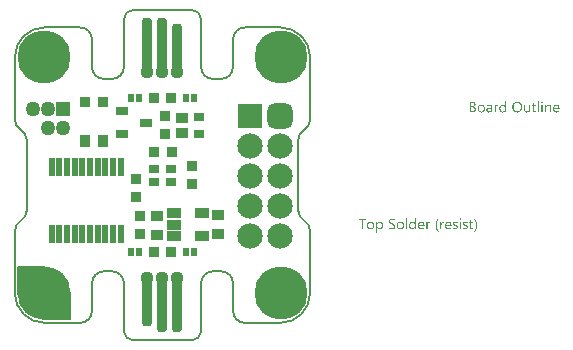
<source format=gts>
G04*
G04 #@! TF.GenerationSoftware,Altium Limited,Altium Designer,21.9.2 (33)*
G04*
G04 Layer_Color=8388736*
%FSAX25Y25*%
%MOIN*%
G70*
G04*
G04 #@! TF.SameCoordinates,782488B1-D104-45AB-8946-8B4A8FA7571F*
G04*
G04*
G04 #@! TF.FilePolarity,Negative*
G04*
G01*
G75*
%ADD14C,0.00787*%
%ADD29R,0.04134X0.03740*%
%ADD30R,0.01968X0.03150*%
%ADD31R,0.03740X0.03740*%
%ADD32R,0.03791X0.03591*%
G04:AMPARAMS|DCode=33|XSize=35.43mil|YSize=188.98mil|CornerRadius=13.82mil|HoleSize=0mil|Usage=FLASHONLY|Rotation=180.000|XOffset=0mil|YOffset=0mil|HoleType=Round|Shape=RoundedRectangle|*
%AMROUNDEDRECTD33*
21,1,0.03543,0.16134,0,0,180.0*
21,1,0.00780,0.18898,0,0,180.0*
1,1,0.02764,-0.00390,0.08067*
1,1,0.02764,0.00390,0.08067*
1,1,0.02764,0.00390,-0.08067*
1,1,0.02764,-0.00390,-0.08067*
%
%ADD33ROUNDEDRECTD33*%
%ADD34R,0.04191X0.03791*%
%ADD35R,0.03591X0.03791*%
G04:AMPARAMS|DCode=36|XSize=35.43mil|YSize=169.29mil|CornerRadius=13.82mil|HoleSize=0mil|Usage=FLASHONLY|Rotation=180.000|XOffset=0mil|YOffset=0mil|HoleType=Round|Shape=RoundedRectangle|*
%AMROUNDEDRECTD36*
21,1,0.03543,0.14165,0,0,180.0*
21,1,0.00780,0.16929,0,0,180.0*
1,1,0.02764,-0.00390,0.07083*
1,1,0.02764,0.00390,0.07083*
1,1,0.02764,0.00390,-0.07083*
1,1,0.02764,-0.00390,-0.07083*
%
%ADD36ROUNDEDRECTD36*%
%ADD37R,0.02165X0.05906*%
%ADD38R,0.03740X0.04134*%
%ADD39R,0.04528X0.03347*%
%ADD40R,0.03543X0.02953*%
%ADD41R,0.03740X0.02953*%
%ADD42R,0.04134X0.02953*%
%ADD43C,0.00591*%
%ADD44R,0.08465X0.08465*%
%ADD45C,0.08465*%
G04:AMPARAMS|DCode=46|XSize=84.65mil|YSize=84.65mil|CornerRadius=22.64mil|HoleSize=0mil|Usage=FLASHONLY|Rotation=90.000|XOffset=0mil|YOffset=0mil|HoleType=Round|Shape=RoundedRectangle|*
%AMROUNDEDRECTD46*
21,1,0.08465,0.03937,0,0,90.0*
21,1,0.03937,0.08465,0,0,90.0*
1,1,0.04528,0.01968,0.01968*
1,1,0.04528,0.01968,-0.01968*
1,1,0.04528,-0.01968,-0.01968*
1,1,0.04528,-0.01968,0.01968*
%
%ADD46ROUNDEDRECTD46*%
%ADD47C,0.04370*%
%ADD48C,0.17717*%
%ADD49C,0.04961*%
%ADD50R,0.04961X0.04961*%
G36*
X0126532Y0024590D02*
X0126560Y0024583D01*
X0126588Y0024574D01*
X0126619Y0024559D01*
X0126650Y0024540D01*
X0126681Y0024515D01*
X0126684Y0024512D01*
X0126693Y0024503D01*
X0126705Y0024488D01*
X0126721Y0024466D01*
X0126733Y0024438D01*
X0126745Y0024407D01*
X0126755Y0024370D01*
X0126758Y0024330D01*
Y0024324D01*
Y0024311D01*
X0126755Y0024293D01*
X0126749Y0024265D01*
X0126739Y0024237D01*
X0126724Y0024206D01*
X0126705Y0024175D01*
X0126681Y0024145D01*
X0126677Y0024141D01*
X0126668Y0024132D01*
X0126650Y0024120D01*
X0126628Y0024108D01*
X0126600Y0024095D01*
X0126569Y0024083D01*
X0126535Y0024074D01*
X0126495Y0024070D01*
X0126477D01*
X0126458Y0024074D01*
X0126430Y0024080D01*
X0126402Y0024089D01*
X0126372Y0024101D01*
X0126341Y0024117D01*
X0126310Y0024141D01*
X0126307Y0024145D01*
X0126297Y0024154D01*
X0126285Y0024172D01*
X0126273Y0024194D01*
X0126260Y0024219D01*
X0126248Y0024253D01*
X0126239Y0024290D01*
X0126235Y0024330D01*
Y0024336D01*
Y0024349D01*
X0126239Y0024370D01*
X0126245Y0024395D01*
X0126254Y0024426D01*
X0126266Y0024457D01*
X0126285Y0024488D01*
X0126310Y0024515D01*
X0126313Y0024519D01*
X0126322Y0024528D01*
X0126341Y0024540D01*
X0126362Y0024556D01*
X0126390Y0024568D01*
X0126421Y0024580D01*
X0126455Y0024590D01*
X0126495Y0024593D01*
X0126514D01*
X0126532Y0024590D01*
D02*
G37*
G36*
X0114565Y0020925D02*
X0114163D01*
Y0021348D01*
X0114154D01*
X0114151Y0021342D01*
X0114141Y0021327D01*
X0114123Y0021305D01*
X0114101Y0021274D01*
X0114070Y0021237D01*
X0114036Y0021197D01*
X0113993Y0021154D01*
X0113940Y0021107D01*
X0113885Y0021061D01*
X0113820Y0021017D01*
X0113749Y0020977D01*
X0113672Y0020940D01*
X0113588Y0020909D01*
X0113496Y0020888D01*
X0113397Y0020872D01*
X0113292Y0020866D01*
X0113270D01*
X0113245Y0020869D01*
X0113214Y0020872D01*
X0113174Y0020875D01*
X0113128Y0020885D01*
X0113075Y0020894D01*
X0113020Y0020909D01*
X0112961Y0020925D01*
X0112899Y0020950D01*
X0112837Y0020974D01*
X0112772Y0021008D01*
X0112711Y0021045D01*
X0112649Y0021092D01*
X0112590Y0021144D01*
X0112534Y0021203D01*
X0112531Y0021206D01*
X0112522Y0021218D01*
X0112510Y0021237D01*
X0112491Y0021265D01*
X0112470Y0021299D01*
X0112445Y0021339D01*
X0112420Y0021388D01*
X0112395Y0021444D01*
X0112368Y0021506D01*
X0112343Y0021574D01*
X0112318Y0021651D01*
X0112297Y0021731D01*
X0112278Y0021818D01*
X0112266Y0021914D01*
X0112256Y0022013D01*
X0112253Y0022118D01*
Y0022121D01*
Y0022124D01*
Y0022133D01*
Y0022145D01*
X0112256Y0022176D01*
X0112259Y0022220D01*
X0112263Y0022275D01*
X0112269Y0022334D01*
X0112278Y0022402D01*
X0112294Y0022476D01*
X0112309Y0022553D01*
X0112330Y0022637D01*
X0112355Y0022717D01*
X0112386Y0022804D01*
X0112420Y0022884D01*
X0112463Y0022964D01*
X0112510Y0023042D01*
X0112565Y0023116D01*
X0112568Y0023119D01*
X0112581Y0023131D01*
X0112599Y0023150D01*
X0112624Y0023174D01*
X0112655Y0023202D01*
X0112692Y0023236D01*
X0112738Y0023270D01*
X0112788Y0023304D01*
X0112847Y0023338D01*
X0112908Y0023372D01*
X0112976Y0023406D01*
X0113050Y0023434D01*
X0113131Y0023459D01*
X0113217Y0023477D01*
X0113307Y0023490D01*
X0113403Y0023493D01*
X0113424D01*
X0113452Y0023490D01*
X0113486Y0023486D01*
X0113530Y0023480D01*
X0113579Y0023471D01*
X0113631Y0023459D01*
X0113690Y0023443D01*
X0113752Y0023422D01*
X0113814Y0023394D01*
X0113875Y0023360D01*
X0113937Y0023320D01*
X0113996Y0023273D01*
X0114055Y0023221D01*
X0114107Y0023156D01*
X0114154Y0023085D01*
X0114163D01*
Y0024639D01*
X0114565D01*
Y0020925D01*
D02*
G37*
G36*
X0128779Y0023490D02*
X0128806D01*
X0128840Y0023483D01*
X0128881Y0023477D01*
X0128924Y0023471D01*
X0128970Y0023459D01*
X0129020Y0023446D01*
X0129072Y0023428D01*
X0129125Y0023406D01*
X0129177Y0023378D01*
X0129227Y0023347D01*
X0129276Y0023313D01*
X0129323Y0023270D01*
X0129366Y0023224D01*
X0129369Y0023221D01*
X0129375Y0023211D01*
X0129387Y0023196D01*
X0129400Y0023174D01*
X0129415Y0023147D01*
X0129434Y0023113D01*
X0129455Y0023072D01*
X0129477Y0023029D01*
X0129496Y0022977D01*
X0129517Y0022921D01*
X0129536Y0022856D01*
X0129551Y0022788D01*
X0129563Y0022714D01*
X0129576Y0022634D01*
X0129582Y0022550D01*
X0129585Y0022457D01*
Y0020925D01*
X0129183D01*
Y0022355D01*
Y0022359D01*
Y0022365D01*
Y0022374D01*
Y0022389D01*
X0129180Y0022408D01*
Y0022430D01*
X0129174Y0022479D01*
X0129165Y0022541D01*
X0129153Y0022609D01*
X0129134Y0022680D01*
X0129109Y0022754D01*
X0129078Y0022828D01*
X0129041Y0022899D01*
X0128995Y0022967D01*
X0128936Y0023029D01*
X0128871Y0023079D01*
X0128834Y0023100D01*
X0128791Y0023119D01*
X0128748Y0023134D01*
X0128701Y0023144D01*
X0128652Y0023150D01*
X0128599Y0023153D01*
X0128572D01*
X0128550Y0023150D01*
X0128525Y0023147D01*
X0128494Y0023140D01*
X0128460Y0023134D01*
X0128426Y0023125D01*
X0128386Y0023113D01*
X0128346Y0023097D01*
X0128306Y0023079D01*
X0128263Y0023057D01*
X0128222Y0023029D01*
X0128179Y0022998D01*
X0128139Y0022964D01*
X0128102Y0022924D01*
X0128099Y0022921D01*
X0128093Y0022915D01*
X0128083Y0022902D01*
X0128071Y0022884D01*
X0128056Y0022862D01*
X0128040Y0022835D01*
X0128022Y0022804D01*
X0128003Y0022770D01*
X0127984Y0022729D01*
X0127966Y0022686D01*
X0127951Y0022640D01*
X0127935Y0022590D01*
X0127923Y0022535D01*
X0127913Y0022479D01*
X0127907Y0022417D01*
X0127904Y0022355D01*
Y0020925D01*
X0127502D01*
Y0023434D01*
X0127904D01*
Y0023017D01*
X0127913D01*
X0127917Y0023023D01*
X0127926Y0023038D01*
X0127944Y0023060D01*
X0127966Y0023091D01*
X0127997Y0023128D01*
X0128031Y0023168D01*
X0128074Y0023211D01*
X0128123Y0023255D01*
X0128179Y0023298D01*
X0128241Y0023341D01*
X0128309Y0023381D01*
X0128380Y0023418D01*
X0128460Y0023449D01*
X0128547Y0023471D01*
X0128640Y0023486D01*
X0128738Y0023493D01*
X0128757D01*
X0128779Y0023490D01*
D02*
G37*
G36*
X0111802Y0023474D02*
X0111836D01*
X0111873Y0023468D01*
X0111913Y0023462D01*
X0111954Y0023456D01*
X0111988Y0023443D01*
Y0023026D01*
X0111981Y0023029D01*
X0111969Y0023038D01*
X0111944Y0023051D01*
X0111910Y0023066D01*
X0111864Y0023082D01*
X0111814Y0023094D01*
X0111753Y0023103D01*
X0111682Y0023106D01*
X0111657D01*
X0111638Y0023103D01*
X0111617Y0023100D01*
X0111592Y0023094D01*
X0111533Y0023076D01*
X0111499Y0023063D01*
X0111465Y0023048D01*
X0111428Y0023026D01*
X0111391Y0023004D01*
X0111357Y0022977D01*
X0111320Y0022943D01*
X0111286Y0022906D01*
X0111252Y0022862D01*
X0111249Y0022859D01*
X0111246Y0022850D01*
X0111237Y0022838D01*
X0111224Y0022819D01*
X0111212Y0022794D01*
X0111196Y0022763D01*
X0111181Y0022729D01*
X0111166Y0022689D01*
X0111150Y0022646D01*
X0111135Y0022596D01*
X0111119Y0022541D01*
X0111107Y0022482D01*
X0111094Y0022417D01*
X0111085Y0022349D01*
X0111082Y0022278D01*
X0111079Y0022201D01*
Y0020925D01*
X0110677D01*
Y0023434D01*
X0111079D01*
Y0022915D01*
X0111088D01*
Y0022918D01*
X0111091Y0022927D01*
X0111098Y0022940D01*
X0111104Y0022958D01*
X0111113Y0022980D01*
X0111125Y0023008D01*
X0111153Y0023066D01*
X0111190Y0023134D01*
X0111237Y0023202D01*
X0111289Y0023267D01*
X0111351Y0023329D01*
X0111354Y0023332D01*
X0111360Y0023335D01*
X0111370Y0023341D01*
X0111382Y0023354D01*
X0111397Y0023363D01*
X0111419Y0023375D01*
X0111465Y0023403D01*
X0111524Y0023431D01*
X0111592Y0023456D01*
X0111666Y0023471D01*
X0111706Y0023474D01*
X0111747Y0023477D01*
X0111771D01*
X0111802Y0023474D01*
D02*
G37*
G36*
X0122565Y0020925D02*
X0122163D01*
Y0021320D01*
X0122154D01*
X0122151Y0021314D01*
X0122141Y0021302D01*
X0122126Y0021277D01*
X0122107Y0021249D01*
X0122080Y0021215D01*
X0122046Y0021178D01*
X0122008Y0021135D01*
X0121962Y0021095D01*
X0121913Y0021052D01*
X0121854Y0021011D01*
X0121792Y0020971D01*
X0121721Y0020937D01*
X0121644Y0020909D01*
X0121563Y0020885D01*
X0121474Y0020872D01*
X0121378Y0020866D01*
X0121356D01*
X0121341Y0020869D01*
X0121319D01*
X0121295Y0020872D01*
X0121267Y0020878D01*
X0121239Y0020882D01*
X0121171Y0020900D01*
X0121094Y0020922D01*
X0121013Y0020956D01*
X0120973Y0020977D01*
X0120930Y0020999D01*
X0120887Y0021027D01*
X0120847Y0021055D01*
X0120806Y0021089D01*
X0120766Y0021126D01*
X0120726Y0021169D01*
X0120689Y0021212D01*
X0120655Y0021262D01*
X0120621Y0021317D01*
X0120593Y0021376D01*
X0120565Y0021438D01*
X0120541Y0021506D01*
X0120519Y0021580D01*
X0120504Y0021660D01*
X0120491Y0021744D01*
X0120485Y0021836D01*
X0120482Y0021932D01*
Y0023434D01*
X0120881D01*
Y0021997D01*
Y0021994D01*
Y0021988D01*
Y0021979D01*
Y0021963D01*
X0120884Y0021945D01*
Y0021923D01*
X0120890Y0021873D01*
X0120899Y0021812D01*
X0120912Y0021747D01*
X0120933Y0021673D01*
X0120958Y0021602D01*
X0120989Y0021527D01*
X0121029Y0021453D01*
X0121078Y0021388D01*
X0121137Y0021327D01*
X0121208Y0021277D01*
X0121245Y0021256D01*
X0121288Y0021237D01*
X0121335Y0021222D01*
X0121381Y0021212D01*
X0121434Y0021206D01*
X0121489Y0021203D01*
X0121517D01*
X0121539Y0021206D01*
X0121563Y0021209D01*
X0121591Y0021215D01*
X0121625Y0021222D01*
X0121659Y0021231D01*
X0121696Y0021240D01*
X0121737Y0021256D01*
X0121777Y0021274D01*
X0121817Y0021296D01*
X0121857Y0021320D01*
X0121897Y0021348D01*
X0121934Y0021382D01*
X0121971Y0021419D01*
X0121974Y0021422D01*
X0121981Y0021429D01*
X0121990Y0021441D01*
X0122002Y0021459D01*
X0122015Y0021481D01*
X0122033Y0021506D01*
X0122049Y0021537D01*
X0122067Y0021571D01*
X0122086Y0021611D01*
X0122101Y0021654D01*
X0122120Y0021700D01*
X0122132Y0021750D01*
X0122144Y0021805D01*
X0122154Y0021861D01*
X0122160Y0021923D01*
X0122163Y0021988D01*
Y0023434D01*
X0122565D01*
Y0020925D01*
D02*
G37*
G36*
X0126690D02*
X0126288D01*
Y0023434D01*
X0126690D01*
Y0020925D01*
D02*
G37*
G36*
X0125475D02*
X0125074D01*
Y0024639D01*
X0125475D01*
Y0020925D01*
D02*
G37*
G36*
X0109074Y0023490D02*
X0109095D01*
X0109117Y0023486D01*
X0109145Y0023483D01*
X0109176Y0023477D01*
X0109240Y0023465D01*
X0109318Y0023443D01*
X0109395Y0023415D01*
X0109478Y0023375D01*
X0109562Y0023326D01*
X0109602Y0023298D01*
X0109642Y0023264D01*
X0109679Y0023227D01*
X0109716Y0023190D01*
X0109750Y0023147D01*
X0109781Y0023097D01*
X0109812Y0023048D01*
X0109840Y0022992D01*
X0109862Y0022930D01*
X0109883Y0022865D01*
X0109899Y0022797D01*
X0109911Y0022720D01*
X0109917Y0022643D01*
X0109920Y0022556D01*
Y0020925D01*
X0109519D01*
Y0021314D01*
X0109509D01*
X0109506Y0021308D01*
X0109497Y0021296D01*
X0109482Y0021274D01*
X0109460Y0021243D01*
X0109432Y0021209D01*
X0109398Y0021172D01*
X0109361Y0021132D01*
X0109315Y0021092D01*
X0109262Y0021048D01*
X0109206Y0021008D01*
X0109142Y0020971D01*
X0109074Y0020937D01*
X0108996Y0020906D01*
X0108916Y0020885D01*
X0108830Y0020872D01*
X0108737Y0020866D01*
X0108700D01*
X0108675Y0020869D01*
X0108644Y0020872D01*
X0108607Y0020875D01*
X0108567Y0020882D01*
X0108524Y0020891D01*
X0108428Y0020916D01*
X0108381Y0020931D01*
X0108332Y0020950D01*
X0108283Y0020971D01*
X0108236Y0020999D01*
X0108193Y0021030D01*
X0108150Y0021064D01*
X0108147Y0021067D01*
X0108141Y0021073D01*
X0108131Y0021086D01*
X0108116Y0021101D01*
X0108100Y0021120D01*
X0108085Y0021144D01*
X0108063Y0021172D01*
X0108045Y0021203D01*
X0108026Y0021240D01*
X0108008Y0021280D01*
X0107989Y0021324D01*
X0107974Y0021370D01*
X0107958Y0021419D01*
X0107949Y0021472D01*
X0107943Y0021531D01*
X0107940Y0021589D01*
Y0021592D01*
Y0021599D01*
Y0021608D01*
X0107943Y0021620D01*
Y0021636D01*
X0107946Y0021654D01*
X0107952Y0021700D01*
X0107964Y0021756D01*
X0107983Y0021818D01*
X0108008Y0021886D01*
X0108045Y0021957D01*
X0108088Y0022028D01*
X0108141Y0022099D01*
X0108175Y0022133D01*
X0108209Y0022167D01*
X0108249Y0022201D01*
X0108289Y0022232D01*
X0108335Y0022263D01*
X0108385Y0022291D01*
X0108437Y0022315D01*
X0108496Y0022340D01*
X0108558Y0022362D01*
X0108623Y0022380D01*
X0108694Y0022396D01*
X0108768Y0022408D01*
X0109519Y0022513D01*
Y0022516D01*
Y0022519D01*
Y0022529D01*
Y0022541D01*
X0109516Y0022572D01*
X0109509Y0022612D01*
X0109503Y0022661D01*
X0109491Y0022717D01*
X0109475Y0022773D01*
X0109454Y0022835D01*
X0109426Y0022893D01*
X0109392Y0022952D01*
X0109352Y0023004D01*
X0109302Y0023054D01*
X0109240Y0023094D01*
X0109173Y0023125D01*
X0109135Y0023137D01*
X0109092Y0023147D01*
X0109049Y0023150D01*
X0109003Y0023153D01*
X0108981D01*
X0108959Y0023150D01*
X0108925Y0023147D01*
X0108885Y0023144D01*
X0108839Y0023137D01*
X0108786Y0023128D01*
X0108731Y0023116D01*
X0108669Y0023097D01*
X0108604Y0023079D01*
X0108536Y0023054D01*
X0108465Y0023023D01*
X0108394Y0022986D01*
X0108323Y0022946D01*
X0108252Y0022899D01*
X0108184Y0022844D01*
Y0023255D01*
X0108187Y0023258D01*
X0108199Y0023264D01*
X0108221Y0023276D01*
X0108249Y0023292D01*
X0108286Y0023310D01*
X0108326Y0023329D01*
X0108375Y0023350D01*
X0108431Y0023375D01*
X0108490Y0023397D01*
X0108555Y0023418D01*
X0108626Y0023437D01*
X0108700Y0023456D01*
X0108780Y0023471D01*
X0108861Y0023483D01*
X0108947Y0023490D01*
X0109037Y0023493D01*
X0109058D01*
X0109074Y0023490D01*
D02*
G37*
G36*
X0103437Y0024435D02*
X0103475Y0024432D01*
X0103518Y0024426D01*
X0103567Y0024420D01*
X0103623Y0024410D01*
X0103679Y0024398D01*
X0103737Y0024383D01*
X0103799Y0024364D01*
X0103858Y0024342D01*
X0103920Y0024318D01*
X0103975Y0024287D01*
X0104031Y0024253D01*
X0104083Y0024213D01*
X0104086Y0024209D01*
X0104096Y0024203D01*
X0104108Y0024191D01*
X0104123Y0024172D01*
X0104145Y0024151D01*
X0104167Y0024123D01*
X0104192Y0024092D01*
X0104216Y0024058D01*
X0104241Y0024018D01*
X0104266Y0023975D01*
X0104287Y0023925D01*
X0104309Y0023876D01*
X0104324Y0023820D01*
X0104337Y0023762D01*
X0104346Y0023700D01*
X0104349Y0023635D01*
Y0023632D01*
Y0023622D01*
Y0023607D01*
X0104346Y0023585D01*
X0104343Y0023558D01*
X0104340Y0023530D01*
X0104337Y0023496D01*
X0104331Y0023459D01*
X0104309Y0023375D01*
X0104281Y0023289D01*
X0104263Y0023242D01*
X0104241Y0023199D01*
X0104216Y0023156D01*
X0104188Y0023113D01*
X0104185Y0023110D01*
X0104182Y0023103D01*
X0104173Y0023091D01*
X0104157Y0023076D01*
X0104142Y0023060D01*
X0104123Y0023038D01*
X0104099Y0023017D01*
X0104074Y0022992D01*
X0104043Y0022967D01*
X0104009Y0022940D01*
X0103972Y0022915D01*
X0103932Y0022887D01*
X0103889Y0022862D01*
X0103845Y0022841D01*
X0103743Y0022801D01*
Y0022791D01*
X0103746D01*
X0103759Y0022788D01*
X0103777Y0022785D01*
X0103802Y0022782D01*
X0103833Y0022776D01*
X0103867Y0022767D01*
X0103907Y0022754D01*
X0103947Y0022742D01*
X0104037Y0022708D01*
X0104086Y0022686D01*
X0104133Y0022658D01*
X0104179Y0022630D01*
X0104226Y0022600D01*
X0104272Y0022562D01*
X0104312Y0022522D01*
X0104315Y0022519D01*
X0104321Y0022513D01*
X0104331Y0022501D01*
X0104346Y0022482D01*
X0104361Y0022457D01*
X0104380Y0022433D01*
X0104399Y0022399D01*
X0104420Y0022365D01*
X0104439Y0022325D01*
X0104457Y0022278D01*
X0104476Y0022232D01*
X0104491Y0022179D01*
X0104507Y0022121D01*
X0104516Y0022062D01*
X0104522Y0022000D01*
X0104525Y0021932D01*
Y0021926D01*
Y0021914D01*
X0104522Y0021889D01*
X0104519Y0021858D01*
X0104516Y0021818D01*
X0104507Y0021775D01*
X0104497Y0021725D01*
X0104485Y0021673D01*
X0104466Y0021614D01*
X0104445Y0021555D01*
X0104420Y0021497D01*
X0104389Y0021435D01*
X0104352Y0021373D01*
X0104309Y0021314D01*
X0104260Y0021259D01*
X0104201Y0021203D01*
X0104198Y0021200D01*
X0104185Y0021191D01*
X0104167Y0021178D01*
X0104142Y0021160D01*
X0104111Y0021138D01*
X0104071Y0021116D01*
X0104028Y0021089D01*
X0103978Y0021064D01*
X0103920Y0021039D01*
X0103858Y0021014D01*
X0103793Y0020990D01*
X0103719Y0020968D01*
X0103641Y0020950D01*
X0103561Y0020937D01*
X0103475Y0020928D01*
X0103385Y0020925D01*
X0102362D01*
Y0024438D01*
X0103403D01*
X0103437Y0024435D01*
D02*
G37*
G36*
X0123906Y0023434D02*
X0124539D01*
Y0023088D01*
X0123906D01*
Y0021676D01*
Y0021673D01*
Y0021663D01*
Y0021651D01*
Y0021636D01*
X0123909Y0021614D01*
X0123912Y0021589D01*
X0123918Y0021537D01*
X0123927Y0021475D01*
X0123943Y0021416D01*
X0123964Y0021361D01*
X0123977Y0021336D01*
X0123992Y0021314D01*
X0123995Y0021311D01*
X0124008Y0021299D01*
X0124029Y0021280D01*
X0124060Y0021262D01*
X0124100Y0021240D01*
X0124150Y0021225D01*
X0124208Y0021212D01*
X0124276Y0021206D01*
X0124301D01*
X0124329Y0021209D01*
X0124366Y0021215D01*
X0124406Y0021228D01*
X0124453Y0021240D01*
X0124496Y0021262D01*
X0124539Y0021290D01*
Y0020946D01*
X0124536D01*
X0124533Y0020943D01*
X0124524Y0020940D01*
X0124514Y0020934D01*
X0124480Y0020922D01*
X0124440Y0020909D01*
X0124385Y0020897D01*
X0124320Y0020885D01*
X0124246Y0020875D01*
X0124162Y0020872D01*
X0124134D01*
X0124100Y0020878D01*
X0124060Y0020885D01*
X0124011Y0020894D01*
X0123955Y0020912D01*
X0123893Y0020934D01*
X0123835Y0020965D01*
X0123773Y0021002D01*
X0123711Y0021052D01*
X0123655Y0021110D01*
X0123631Y0021144D01*
X0123606Y0021181D01*
X0123584Y0021222D01*
X0123566Y0021265D01*
X0123547Y0021311D01*
X0123532Y0021364D01*
X0123519Y0021416D01*
X0123510Y0021475D01*
X0123507Y0021537D01*
X0123504Y0021605D01*
Y0023088D01*
X0123074D01*
Y0023434D01*
X0123504D01*
Y0024046D01*
X0123906Y0024175D01*
Y0023434D01*
D02*
G37*
G36*
X0131374Y0023490D02*
X0131408Y0023486D01*
X0131451Y0023483D01*
X0131498Y0023477D01*
X0131550Y0023465D01*
X0131606Y0023452D01*
X0131668Y0023437D01*
X0131730Y0023415D01*
X0131791Y0023388D01*
X0131856Y0023357D01*
X0131918Y0023320D01*
X0131977Y0023276D01*
X0132036Y0023227D01*
X0132088Y0023171D01*
X0132091Y0023168D01*
X0132100Y0023156D01*
X0132113Y0023137D01*
X0132131Y0023113D01*
X0132150Y0023082D01*
X0132175Y0023042D01*
X0132199Y0022995D01*
X0132224Y0022943D01*
X0132249Y0022881D01*
X0132273Y0022816D01*
X0132298Y0022742D01*
X0132317Y0022664D01*
X0132335Y0022578D01*
X0132348Y0022488D01*
X0132357Y0022389D01*
X0132360Y0022287D01*
Y0022077D01*
X0130586D01*
Y0022071D01*
Y0022059D01*
X0130589Y0022037D01*
X0130592Y0022009D01*
X0130596Y0021972D01*
X0130602Y0021932D01*
X0130608Y0021889D01*
X0130620Y0021839D01*
X0130648Y0021734D01*
X0130667Y0021682D01*
X0130688Y0021626D01*
X0130713Y0021574D01*
X0130741Y0021521D01*
X0130775Y0021475D01*
X0130812Y0021429D01*
X0130815Y0021425D01*
X0130821Y0021419D01*
X0130833Y0021407D01*
X0130852Y0021395D01*
X0130874Y0021376D01*
X0130901Y0021358D01*
X0130932Y0021336D01*
X0130966Y0021317D01*
X0131007Y0021296D01*
X0131053Y0021274D01*
X0131099Y0021256D01*
X0131155Y0021237D01*
X0131210Y0021225D01*
X0131272Y0021212D01*
X0131337Y0021206D01*
X0131405Y0021203D01*
X0131424D01*
X0131445Y0021206D01*
X0131476D01*
X0131513Y0021212D01*
X0131556Y0021218D01*
X0131606Y0021228D01*
X0131662Y0021237D01*
X0131720Y0021252D01*
X0131782Y0021271D01*
X0131847Y0021293D01*
X0131912Y0021320D01*
X0131980Y0021351D01*
X0132048Y0021388D01*
X0132116Y0021432D01*
X0132184Y0021481D01*
Y0021104D01*
X0132181Y0021101D01*
X0132168Y0021095D01*
X0132150Y0021082D01*
X0132125Y0021067D01*
X0132091Y0021048D01*
X0132051Y0021030D01*
X0132005Y0021008D01*
X0131952Y0020987D01*
X0131890Y0020962D01*
X0131825Y0020940D01*
X0131754Y0020922D01*
X0131677Y0020903D01*
X0131594Y0020888D01*
X0131504Y0020875D01*
X0131408Y0020869D01*
X0131309Y0020866D01*
X0131285D01*
X0131260Y0020869D01*
X0131223Y0020872D01*
X0131176Y0020875D01*
X0131124Y0020885D01*
X0131068Y0020894D01*
X0131007Y0020909D01*
X0130942Y0020928D01*
X0130874Y0020950D01*
X0130803Y0020977D01*
X0130735Y0021008D01*
X0130664Y0021048D01*
X0130599Y0021095D01*
X0130534Y0021147D01*
X0130475Y0021206D01*
X0130472Y0021209D01*
X0130463Y0021222D01*
X0130447Y0021243D01*
X0130429Y0021271D01*
X0130404Y0021305D01*
X0130379Y0021348D01*
X0130351Y0021398D01*
X0130324Y0021456D01*
X0130296Y0021518D01*
X0130268Y0021592D01*
X0130243Y0021669D01*
X0130219Y0021756D01*
X0130200Y0021849D01*
X0130185Y0021948D01*
X0130175Y0022056D01*
X0130172Y0022167D01*
Y0022170D01*
Y0022173D01*
Y0022183D01*
Y0022192D01*
X0130175Y0022223D01*
X0130178Y0022266D01*
X0130182Y0022315D01*
X0130191Y0022371D01*
X0130200Y0022436D01*
X0130212Y0022507D01*
X0130231Y0022581D01*
X0130253Y0022658D01*
X0130280Y0022739D01*
X0130311Y0022819D01*
X0130348Y0022896D01*
X0130395Y0022977D01*
X0130444Y0023051D01*
X0130503Y0023122D01*
X0130506Y0023125D01*
X0130518Y0023137D01*
X0130537Y0023156D01*
X0130561Y0023180D01*
X0130596Y0023208D01*
X0130636Y0023239D01*
X0130679Y0023273D01*
X0130731Y0023307D01*
X0130787Y0023341D01*
X0130852Y0023375D01*
X0130920Y0023406D01*
X0130991Y0023434D01*
X0131068Y0023459D01*
X0131152Y0023477D01*
X0131238Y0023490D01*
X0131328Y0023493D01*
X0131350D01*
X0131374Y0023490D01*
D02*
G37*
G36*
X0118331Y0024494D02*
X0118353D01*
X0118375Y0024491D01*
X0118402D01*
X0118464Y0024481D01*
X0118535Y0024472D01*
X0118616Y0024457D01*
X0118702Y0024435D01*
X0118792Y0024410D01*
X0118887Y0024376D01*
X0118983Y0024336D01*
X0119082Y0024290D01*
X0119181Y0024234D01*
X0119274Y0024169D01*
X0119367Y0024092D01*
X0119453Y0024006D01*
X0119459Y0023999D01*
X0119472Y0023984D01*
X0119493Y0023956D01*
X0119524Y0023916D01*
X0119555Y0023866D01*
X0119595Y0023808D01*
X0119635Y0023740D01*
X0119676Y0023663D01*
X0119716Y0023573D01*
X0119756Y0023477D01*
X0119796Y0023372D01*
X0119830Y0023258D01*
X0119858Y0023134D01*
X0119879Y0023004D01*
X0119892Y0022869D01*
X0119898Y0022723D01*
Y0022720D01*
Y0022714D01*
Y0022702D01*
Y0022686D01*
X0119895Y0022664D01*
Y0022640D01*
X0119892Y0022612D01*
Y0022581D01*
X0119889Y0022547D01*
X0119886Y0022510D01*
X0119873Y0022427D01*
X0119861Y0022331D01*
X0119842Y0022232D01*
X0119818Y0022124D01*
X0119787Y0022013D01*
X0119750Y0021901D01*
X0119706Y0021787D01*
X0119654Y0021676D01*
X0119592Y0021565D01*
X0119521Y0021463D01*
X0119441Y0021364D01*
X0119434Y0021358D01*
X0119419Y0021342D01*
X0119394Y0021317D01*
X0119357Y0021286D01*
X0119311Y0021249D01*
X0119255Y0021206D01*
X0119193Y0021163D01*
X0119119Y0021116D01*
X0119036Y0021070D01*
X0118943Y0021024D01*
X0118844Y0020980D01*
X0118736Y0020943D01*
X0118619Y0020912D01*
X0118495Y0020888D01*
X0118362Y0020872D01*
X0118223Y0020866D01*
X0118189D01*
X0118174Y0020869D01*
X0118152D01*
X0118127Y0020872D01*
X0118100Y0020875D01*
X0118035Y0020882D01*
X0117964Y0020891D01*
X0117880Y0020906D01*
X0117794Y0020928D01*
X0117698Y0020953D01*
X0117602Y0020987D01*
X0117503Y0021027D01*
X0117401Y0021073D01*
X0117302Y0021129D01*
X0117207Y0021197D01*
X0117111Y0021271D01*
X0117024Y0021358D01*
X0117018Y0021364D01*
X0117006Y0021379D01*
X0116984Y0021407D01*
X0116953Y0021447D01*
X0116919Y0021497D01*
X0116882Y0021555D01*
X0116842Y0021623D01*
X0116802Y0021703D01*
X0116759Y0021790D01*
X0116718Y0021886D01*
X0116681Y0021991D01*
X0116647Y0022105D01*
X0116616Y0022229D01*
X0116595Y0022359D01*
X0116582Y0022495D01*
X0116576Y0022640D01*
Y0022643D01*
Y0022649D01*
Y0022661D01*
Y0022677D01*
X0116579Y0022698D01*
Y0022720D01*
X0116582Y0022748D01*
Y0022779D01*
X0116586Y0022813D01*
X0116592Y0022853D01*
X0116601Y0022933D01*
X0116613Y0023026D01*
X0116635Y0023125D01*
X0116656Y0023233D01*
X0116687Y0023341D01*
X0116725Y0023452D01*
X0116768Y0023567D01*
X0116820Y0023678D01*
X0116882Y0023786D01*
X0116953Y0023891D01*
X0117034Y0023990D01*
X0117040Y0023996D01*
X0117055Y0024012D01*
X0117080Y0024036D01*
X0117117Y0024070D01*
X0117163Y0024108D01*
X0117222Y0024151D01*
X0117287Y0024197D01*
X0117361Y0024243D01*
X0117448Y0024290D01*
X0117540Y0024336D01*
X0117642Y0024379D01*
X0117754Y0024417D01*
X0117874Y0024451D01*
X0118001Y0024475D01*
X0118137Y0024491D01*
X0118282Y0024497D01*
X0118313D01*
X0118331Y0024494D01*
D02*
G37*
G36*
X0106345Y0023490D02*
X0106385Y0023486D01*
X0106432Y0023483D01*
X0106487Y0023474D01*
X0106546Y0023465D01*
X0106611Y0023449D01*
X0106682Y0023431D01*
X0106753Y0023409D01*
X0106824Y0023381D01*
X0106898Y0023347D01*
X0106969Y0023307D01*
X0107041Y0023261D01*
X0107105Y0023208D01*
X0107167Y0023147D01*
X0107170Y0023144D01*
X0107179Y0023131D01*
X0107195Y0023110D01*
X0107217Y0023082D01*
X0107241Y0023048D01*
X0107266Y0023004D01*
X0107297Y0022955D01*
X0107325Y0022896D01*
X0107356Y0022831D01*
X0107383Y0022760D01*
X0107408Y0022683D01*
X0107433Y0022596D01*
X0107455Y0022504D01*
X0107470Y0022405D01*
X0107479Y0022300D01*
X0107482Y0022189D01*
Y0022186D01*
Y0022183D01*
Y0022173D01*
Y0022161D01*
X0107479Y0022130D01*
X0107476Y0022090D01*
X0107473Y0022037D01*
X0107464Y0021979D01*
X0107455Y0021914D01*
X0107439Y0021843D01*
X0107421Y0021768D01*
X0107399Y0021688D01*
X0107371Y0021608D01*
X0107340Y0021527D01*
X0107300Y0021447D01*
X0107254Y0021370D01*
X0107201Y0021296D01*
X0107142Y0021225D01*
X0107139Y0021222D01*
X0107127Y0021209D01*
X0107108Y0021191D01*
X0107081Y0021169D01*
X0107047Y0021141D01*
X0107007Y0021110D01*
X0106957Y0021079D01*
X0106901Y0021045D01*
X0106840Y0021011D01*
X0106772Y0020980D01*
X0106697Y0020950D01*
X0106617Y0020922D01*
X0106527Y0020900D01*
X0106435Y0020882D01*
X0106339Y0020869D01*
X0106234Y0020866D01*
X0106209D01*
X0106181Y0020869D01*
X0106141Y0020872D01*
X0106095Y0020875D01*
X0106039Y0020885D01*
X0105981Y0020894D01*
X0105916Y0020909D01*
X0105845Y0020928D01*
X0105774Y0020953D01*
X0105699Y0020980D01*
X0105625Y0021014D01*
X0105551Y0021055D01*
X0105477Y0021101D01*
X0105409Y0021154D01*
X0105344Y0021215D01*
X0105341Y0021218D01*
X0105329Y0021231D01*
X0105313Y0021252D01*
X0105291Y0021280D01*
X0105267Y0021314D01*
X0105239Y0021358D01*
X0105211Y0021407D01*
X0105180Y0021466D01*
X0105149Y0021527D01*
X0105119Y0021599D01*
X0105091Y0021676D01*
X0105066Y0021759D01*
X0105044Y0021846D01*
X0105029Y0021941D01*
X0105017Y0022043D01*
X0105013Y0022149D01*
Y0022152D01*
Y0022155D01*
Y0022164D01*
Y0022176D01*
X0105017Y0022210D01*
X0105020Y0022254D01*
X0105023Y0022306D01*
X0105032Y0022368D01*
X0105041Y0022436D01*
X0105057Y0022510D01*
X0105075Y0022587D01*
X0105097Y0022668D01*
X0105125Y0022751D01*
X0105159Y0022835D01*
X0105199Y0022915D01*
X0105242Y0022992D01*
X0105295Y0023066D01*
X0105356Y0023137D01*
X0105359Y0023140D01*
X0105372Y0023153D01*
X0105394Y0023171D01*
X0105421Y0023193D01*
X0105455Y0023221D01*
X0105499Y0023248D01*
X0105548Y0023282D01*
X0105604Y0023316D01*
X0105665Y0023347D01*
X0105736Y0023381D01*
X0105814Y0023409D01*
X0105897Y0023437D01*
X0105987Y0023459D01*
X0106083Y0023477D01*
X0106184Y0023490D01*
X0106293Y0023493D01*
X0106317D01*
X0106345Y0023490D01*
D02*
G37*
G36*
X0099335Y-0014376D02*
X0099363Y-0014382D01*
X0099391Y-0014391D01*
X0099422Y-0014406D01*
X0099453Y-0014425D01*
X0099483Y-0014450D01*
X0099487Y-0014453D01*
X0099496Y-0014462D01*
X0099508Y-0014478D01*
X0099524Y-0014499D01*
X0099536Y-0014527D01*
X0099548Y-0014558D01*
X0099558Y-0014595D01*
X0099561Y-0014635D01*
Y-0014641D01*
Y-0014654D01*
X0099558Y-0014672D01*
X0099551Y-0014700D01*
X0099542Y-0014728D01*
X0099527Y-0014759D01*
X0099508Y-0014790D01*
X0099483Y-0014821D01*
X0099480Y-0014824D01*
X0099471Y-0014833D01*
X0099453Y-0014845D01*
X0099431Y-0014858D01*
X0099403Y-0014870D01*
X0099372Y-0014882D01*
X0099338Y-0014892D01*
X0099298Y-0014895D01*
X0099279D01*
X0099261Y-0014892D01*
X0099233Y-0014886D01*
X0099205Y-0014876D01*
X0099174Y-0014864D01*
X0099143Y-0014848D01*
X0099113Y-0014824D01*
X0099110Y-0014821D01*
X0099100Y-0014811D01*
X0099088Y-0014793D01*
X0099076Y-0014771D01*
X0099063Y-0014746D01*
X0099051Y-0014712D01*
X0099041Y-0014675D01*
X0099038Y-0014635D01*
Y-0014629D01*
Y-0014617D01*
X0099041Y-0014595D01*
X0099048Y-0014570D01*
X0099057Y-0014539D01*
X0099069Y-0014509D01*
X0099088Y-0014478D01*
X0099113Y-0014450D01*
X0099116Y-0014447D01*
X0099125Y-0014437D01*
X0099143Y-0014425D01*
X0099165Y-0014410D01*
X0099193Y-0014397D01*
X0099224Y-0014385D01*
X0099258Y-0014376D01*
X0099298Y-0014372D01*
X0099317D01*
X0099335Y-0014376D01*
D02*
G37*
G36*
X0076756Y-0014471D02*
X0076800D01*
X0076849Y-0014475D01*
X0076905Y-0014478D01*
X0076964Y-0014484D01*
X0077087Y-0014499D01*
X0077211Y-0014521D01*
X0077272Y-0014536D01*
X0077328Y-0014552D01*
X0077384Y-0014573D01*
X0077430Y-0014595D01*
Y-0015058D01*
X0077427Y-0015055D01*
X0077415Y-0015049D01*
X0077399Y-0015040D01*
X0077374Y-0015024D01*
X0077343Y-0015009D01*
X0077306Y-0014990D01*
X0077263Y-0014969D01*
X0077214Y-0014950D01*
X0077158Y-0014929D01*
X0077096Y-0014910D01*
X0077031Y-0014892D01*
X0076960Y-0014876D01*
X0076886Y-0014861D01*
X0076806Y-0014852D01*
X0076719Y-0014845D01*
X0076630Y-0014842D01*
X0076580D01*
X0076546Y-0014845D01*
X0076506Y-0014848D01*
X0076460Y-0014855D01*
X0076410Y-0014861D01*
X0076361Y-0014870D01*
X0076355D01*
X0076339Y-0014876D01*
X0076315Y-0014882D01*
X0076281Y-0014892D01*
X0076244Y-0014904D01*
X0076203Y-0014920D01*
X0076160Y-0014941D01*
X0076120Y-0014963D01*
X0076117Y-0014966D01*
X0076101Y-0014975D01*
X0076083Y-0014988D01*
X0076058Y-0015006D01*
X0076033Y-0015031D01*
X0076003Y-0015058D01*
X0075975Y-0015089D01*
X0075950Y-0015126D01*
X0075947Y-0015130D01*
X0075941Y-0015145D01*
X0075928Y-0015167D01*
X0075919Y-0015194D01*
X0075907Y-0015228D01*
X0075894Y-0015272D01*
X0075888Y-0015318D01*
X0075885Y-0015371D01*
Y-0015377D01*
Y-0015392D01*
X0075888Y-0015420D01*
X0075891Y-0015451D01*
X0075897Y-0015488D01*
X0075907Y-0015528D01*
X0075919Y-0015568D01*
X0075934Y-0015605D01*
X0075938Y-0015608D01*
X0075944Y-0015621D01*
X0075956Y-0015639D01*
X0075972Y-0015664D01*
X0075993Y-0015692D01*
X0076018Y-0015723D01*
X0076049Y-0015754D01*
X0076083Y-0015785D01*
X0076086Y-0015788D01*
X0076101Y-0015797D01*
X0076123Y-0015816D01*
X0076151Y-0015834D01*
X0076185Y-0015859D01*
X0076225Y-0015883D01*
X0076271Y-0015914D01*
X0076321Y-0015942D01*
X0076324D01*
X0076327Y-0015945D01*
X0076345Y-0015955D01*
X0076376Y-0015970D01*
X0076413Y-0015992D01*
X0076463Y-0016013D01*
X0076518Y-0016041D01*
X0076580Y-0016072D01*
X0076645Y-0016106D01*
X0076648D01*
X0076654Y-0016109D01*
X0076664Y-0016115D01*
X0076676Y-0016122D01*
X0076695Y-0016131D01*
X0076713Y-0016140D01*
X0076759Y-0016165D01*
X0076815Y-0016196D01*
X0076877Y-0016230D01*
X0076939Y-0016264D01*
X0077004Y-0016304D01*
X0077007D01*
X0077010Y-0016307D01*
X0077019Y-0016313D01*
X0077031Y-0016322D01*
X0077065Y-0016344D01*
X0077106Y-0016372D01*
X0077152Y-0016406D01*
X0077201Y-0016443D01*
X0077251Y-0016486D01*
X0077300Y-0016533D01*
X0077306Y-0016539D01*
X0077322Y-0016554D01*
X0077343Y-0016579D01*
X0077374Y-0016613D01*
X0077405Y-0016653D01*
X0077439Y-0016699D01*
X0077470Y-0016752D01*
X0077501Y-0016807D01*
Y-0016811D01*
X0077504Y-0016814D01*
X0077507Y-0016823D01*
X0077513Y-0016835D01*
X0077526Y-0016866D01*
X0077541Y-0016906D01*
X0077554Y-0016959D01*
X0077566Y-0017018D01*
X0077575Y-0017083D01*
X0077578Y-0017154D01*
Y-0017157D01*
Y-0017166D01*
Y-0017178D01*
Y-0017197D01*
X0077575Y-0017218D01*
X0077572Y-0017246D01*
X0077569Y-0017274D01*
X0077566Y-0017305D01*
X0077554Y-0017376D01*
X0077535Y-0017450D01*
X0077510Y-0017524D01*
X0077476Y-0017595D01*
Y-0017598D01*
X0077473Y-0017605D01*
X0077467Y-0017614D01*
X0077458Y-0017626D01*
X0077436Y-0017657D01*
X0077405Y-0017700D01*
X0077365Y-0017747D01*
X0077319Y-0017796D01*
X0077263Y-0017843D01*
X0077201Y-0017889D01*
X0077198D01*
X0077192Y-0017895D01*
X0077183Y-0017898D01*
X0077170Y-0017908D01*
X0077155Y-0017917D01*
X0077133Y-0017926D01*
X0077087Y-0017951D01*
X0077028Y-0017976D01*
X0076960Y-0018003D01*
X0076886Y-0018028D01*
X0076803Y-0018050D01*
X0076800D01*
X0076793Y-0018053D01*
X0076781D01*
X0076763Y-0018056D01*
X0076744Y-0018062D01*
X0076719Y-0018065D01*
X0076692Y-0018068D01*
X0076657Y-0018074D01*
X0076587Y-0018084D01*
X0076506Y-0018090D01*
X0076420Y-0018096D01*
X0076327Y-0018099D01*
X0076293D01*
X0076271Y-0018096D01*
X0076240D01*
X0076203Y-0018093D01*
X0076163Y-0018090D01*
X0076120Y-0018084D01*
X0076114D01*
X0076098Y-0018080D01*
X0076073Y-0018077D01*
X0076043Y-0018074D01*
X0076006Y-0018068D01*
X0075962Y-0018062D01*
X0075919Y-0018056D01*
X0075870Y-0018046D01*
X0075863D01*
X0075848Y-0018044D01*
X0075823Y-0018037D01*
X0075792Y-0018028D01*
X0075755Y-0018022D01*
X0075715Y-0018010D01*
X0075629Y-0017985D01*
X0075622Y-0017982D01*
X0075610Y-0017979D01*
X0075588Y-0017969D01*
X0075564Y-0017960D01*
X0075536Y-0017948D01*
X0075505Y-0017932D01*
X0075474Y-0017917D01*
X0075446Y-0017898D01*
Y-0017413D01*
X0075449Y-0017416D01*
X0075462Y-0017425D01*
X0075480Y-0017441D01*
X0075502Y-0017456D01*
X0075533Y-0017478D01*
X0075567Y-0017500D01*
X0075604Y-0017524D01*
X0075647Y-0017546D01*
X0075653Y-0017549D01*
X0075669Y-0017555D01*
X0075690Y-0017568D01*
X0075721Y-0017580D01*
X0075758Y-0017595D01*
X0075798Y-0017614D01*
X0075845Y-0017632D01*
X0075891Y-0017648D01*
X0075897Y-0017651D01*
X0075913Y-0017654D01*
X0075941Y-0017660D01*
X0075972Y-0017670D01*
X0076012Y-0017682D01*
X0076055Y-0017691D01*
X0076151Y-0017710D01*
X0076157D01*
X0076172Y-0017713D01*
X0076197Y-0017716D01*
X0076231Y-0017719D01*
X0076268Y-0017725D01*
X0076308Y-0017728D01*
X0076392Y-0017731D01*
X0076429D01*
X0076454Y-0017728D01*
X0076485D01*
X0076522Y-0017725D01*
X0076562Y-0017719D01*
X0076605Y-0017713D01*
X0076698Y-0017697D01*
X0076790Y-0017673D01*
X0076880Y-0017639D01*
X0076920Y-0017617D01*
X0076957Y-0017592D01*
X0076960Y-0017589D01*
X0076967Y-0017586D01*
X0076976Y-0017577D01*
X0076988Y-0017564D01*
X0077000Y-0017552D01*
X0077016Y-0017534D01*
X0077034Y-0017512D01*
X0077053Y-0017487D01*
X0077069Y-0017459D01*
X0077087Y-0017432D01*
X0077118Y-0017361D01*
X0077127Y-0017320D01*
X0077136Y-0017277D01*
X0077143Y-0017234D01*
X0077146Y-0017184D01*
Y-0017181D01*
Y-0017178D01*
Y-0017160D01*
X0077143Y-0017135D01*
X0077140Y-0017101D01*
X0077130Y-0017061D01*
X0077121Y-0017021D01*
X0077106Y-0016977D01*
X0077084Y-0016937D01*
X0077081Y-0016931D01*
X0077072Y-0016919D01*
X0077059Y-0016900D01*
X0077041Y-0016872D01*
X0077016Y-0016845D01*
X0076985Y-0016811D01*
X0076951Y-0016780D01*
X0076911Y-0016746D01*
X0076905Y-0016743D01*
X0076892Y-0016730D01*
X0076868Y-0016712D01*
X0076837Y-0016690D01*
X0076797Y-0016665D01*
X0076753Y-0016637D01*
X0076704Y-0016607D01*
X0076648Y-0016579D01*
X0076645D01*
X0076642Y-0016576D01*
X0076633Y-0016569D01*
X0076624Y-0016563D01*
X0076593Y-0016548D01*
X0076552Y-0016526D01*
X0076503Y-0016502D01*
X0076447Y-0016474D01*
X0076389Y-0016443D01*
X0076324Y-0016409D01*
X0076321D01*
X0076315Y-0016406D01*
X0076305Y-0016400D01*
X0076293Y-0016393D01*
X0076259Y-0016375D01*
X0076213Y-0016350D01*
X0076160Y-0016322D01*
X0076101Y-0016291D01*
X0075981Y-0016220D01*
X0075978D01*
X0075975Y-0016217D01*
X0075965Y-0016211D01*
X0075953Y-0016205D01*
X0075925Y-0016183D01*
X0075888Y-0016159D01*
X0075845Y-0016128D01*
X0075798Y-0016091D01*
X0075752Y-0016053D01*
X0075706Y-0016010D01*
X0075700Y-0016004D01*
X0075687Y-0015989D01*
X0075666Y-0015967D01*
X0075638Y-0015936D01*
X0075610Y-0015896D01*
X0075579Y-0015853D01*
X0075548Y-0015803D01*
X0075520Y-0015751D01*
Y-0015748D01*
X0075517Y-0015744D01*
X0075514Y-0015735D01*
X0075511Y-0015723D01*
X0075499Y-0015692D01*
X0075486Y-0015652D01*
X0075474Y-0015602D01*
X0075462Y-0015544D01*
X0075455Y-0015479D01*
X0075452Y-0015408D01*
Y-0015405D01*
Y-0015398D01*
Y-0015383D01*
X0075455Y-0015368D01*
Y-0015346D01*
X0075459Y-0015321D01*
X0075465Y-0015266D01*
X0075477Y-0015201D01*
X0075496Y-0015130D01*
X0075524Y-0015058D01*
X0075558Y-0014990D01*
Y-0014988D01*
X0075564Y-0014981D01*
X0075570Y-0014972D01*
X0075576Y-0014960D01*
X0075601Y-0014929D01*
X0075632Y-0014886D01*
X0075672Y-0014839D01*
X0075718Y-0014790D01*
X0075771Y-0014743D01*
X0075832Y-0014697D01*
X0075836D01*
X0075842Y-0014691D01*
X0075851Y-0014685D01*
X0075863Y-0014679D01*
X0075879Y-0014669D01*
X0075897Y-0014657D01*
X0075947Y-0014632D01*
X0076006Y-0014604D01*
X0076070Y-0014577D01*
X0076145Y-0014549D01*
X0076225Y-0014527D01*
X0076228D01*
X0076234Y-0014524D01*
X0076247Y-0014521D01*
X0076262Y-0014518D01*
X0076284Y-0014515D01*
X0076305Y-0014509D01*
X0076333Y-0014502D01*
X0076364Y-0014496D01*
X0076432Y-0014487D01*
X0076506Y-0014478D01*
X0076590Y-0014471D01*
X0076673Y-0014468D01*
X0076722D01*
X0076756Y-0014471D01*
D02*
G37*
G36*
X0084522Y-0018040D02*
X0084120D01*
Y-0017617D01*
X0084111D01*
X0084108Y-0017623D01*
X0084098Y-0017639D01*
X0084080Y-0017660D01*
X0084058Y-0017691D01*
X0084027Y-0017728D01*
X0083993Y-0017768D01*
X0083950Y-0017812D01*
X0083897Y-0017858D01*
X0083842Y-0017904D01*
X0083777Y-0017948D01*
X0083706Y-0017988D01*
X0083629Y-0018025D01*
X0083545Y-0018056D01*
X0083452Y-0018077D01*
X0083354Y-0018093D01*
X0083249Y-0018099D01*
X0083227D01*
X0083202Y-0018096D01*
X0083171Y-0018093D01*
X0083131Y-0018090D01*
X0083085Y-0018080D01*
X0083032Y-0018071D01*
X0082977Y-0018056D01*
X0082918Y-0018040D01*
X0082856Y-0018016D01*
X0082794Y-0017991D01*
X0082729Y-0017957D01*
X0082668Y-0017920D01*
X0082606Y-0017874D01*
X0082547Y-0017821D01*
X0082491Y-0017762D01*
X0082488Y-0017759D01*
X0082479Y-0017747D01*
X0082467Y-0017728D01*
X0082448Y-0017700D01*
X0082427Y-0017666D01*
X0082402Y-0017626D01*
X0082377Y-0017577D01*
X0082352Y-0017521D01*
X0082325Y-0017459D01*
X0082300Y-0017391D01*
X0082275Y-0017314D01*
X0082253Y-0017234D01*
X0082235Y-0017147D01*
X0082223Y-0017052D01*
X0082213Y-0016953D01*
X0082210Y-0016848D01*
Y-0016845D01*
Y-0016841D01*
Y-0016832D01*
Y-0016820D01*
X0082213Y-0016789D01*
X0082216Y-0016746D01*
X0082219Y-0016690D01*
X0082226Y-0016631D01*
X0082235Y-0016563D01*
X0082250Y-0016489D01*
X0082266Y-0016412D01*
X0082288Y-0016329D01*
X0082312Y-0016248D01*
X0082343Y-0016162D01*
X0082377Y-0016081D01*
X0082420Y-0016001D01*
X0082467Y-0015924D01*
X0082522Y-0015850D01*
X0082525Y-0015846D01*
X0082538Y-0015834D01*
X0082556Y-0015816D01*
X0082581Y-0015791D01*
X0082612Y-0015763D01*
X0082649Y-0015729D01*
X0082695Y-0015695D01*
X0082745Y-0015661D01*
X0082803Y-0015627D01*
X0082865Y-0015593D01*
X0082933Y-0015559D01*
X0083008Y-0015531D01*
X0083088Y-0015507D01*
X0083174Y-0015488D01*
X0083264Y-0015476D01*
X0083360Y-0015473D01*
X0083381D01*
X0083409Y-0015476D01*
X0083443Y-0015479D01*
X0083486Y-0015485D01*
X0083536Y-0015494D01*
X0083588Y-0015507D01*
X0083647Y-0015522D01*
X0083709Y-0015544D01*
X0083771Y-0015572D01*
X0083833Y-0015605D01*
X0083894Y-0015646D01*
X0083953Y-0015692D01*
X0084012Y-0015744D01*
X0084064Y-0015809D01*
X0084111Y-0015880D01*
X0084120D01*
Y-0014326D01*
X0084522D01*
Y-0018040D01*
D02*
G37*
G36*
X0072557Y-0015476D02*
X0072591Y-0015479D01*
X0072631Y-0015482D01*
X0072678Y-0015491D01*
X0072730Y-0015500D01*
X0072789Y-0015516D01*
X0072848Y-0015534D01*
X0072909Y-0015556D01*
X0072971Y-0015584D01*
X0073036Y-0015615D01*
X0073098Y-0015655D01*
X0073157Y-0015701D01*
X0073215Y-0015754D01*
X0073268Y-0015812D01*
X0073271Y-0015816D01*
X0073280Y-0015828D01*
X0073292Y-0015846D01*
X0073311Y-0015874D01*
X0073330Y-0015908D01*
X0073354Y-0015948D01*
X0073379Y-0015998D01*
X0073404Y-0016050D01*
X0073428Y-0016112D01*
X0073453Y-0016180D01*
X0073478Y-0016254D01*
X0073497Y-0016335D01*
X0073515Y-0016421D01*
X0073527Y-0016514D01*
X0073537Y-0016613D01*
X0073540Y-0016715D01*
Y-0016718D01*
Y-0016721D01*
Y-0016730D01*
Y-0016743D01*
X0073537Y-0016777D01*
X0073534Y-0016820D01*
X0073531Y-0016872D01*
X0073524Y-0016934D01*
X0073515Y-0017002D01*
X0073503Y-0017076D01*
X0073484Y-0017154D01*
X0073466Y-0017237D01*
X0073441Y-0017320D01*
X0073410Y-0017404D01*
X0073376Y-0017487D01*
X0073336Y-0017571D01*
X0073286Y-0017648D01*
X0073234Y-0017722D01*
X0073231Y-0017725D01*
X0073218Y-0017738D01*
X0073203Y-0017756D01*
X0073178Y-0017781D01*
X0073147Y-0017809D01*
X0073110Y-0017843D01*
X0073064Y-0017877D01*
X0073014Y-0017911D01*
X0072959Y-0017945D01*
X0072894Y-0017979D01*
X0072826Y-0018013D01*
X0072752Y-0018040D01*
X0072671Y-0018065D01*
X0072585Y-0018084D01*
X0072492Y-0018096D01*
X0072396Y-0018099D01*
X0072375D01*
X0072350Y-0018096D01*
X0072316Y-0018093D01*
X0072276Y-0018087D01*
X0072230Y-0018077D01*
X0072177Y-0018065D01*
X0072118Y-0018046D01*
X0072060Y-0018025D01*
X0071998Y-0017997D01*
X0071936Y-0017963D01*
X0071871Y-0017923D01*
X0071809Y-0017874D01*
X0071751Y-0017818D01*
X0071695Y-0017753D01*
X0071643Y-0017679D01*
X0071633D01*
Y-0019193D01*
X0071232D01*
Y-0015531D01*
X0071633D01*
Y-0015973D01*
X0071643D01*
X0071646Y-0015967D01*
X0071658Y-0015951D01*
X0071673Y-0015927D01*
X0071698Y-0015896D01*
X0071729Y-0015856D01*
X0071766Y-0015816D01*
X0071812Y-0015769D01*
X0071862Y-0015723D01*
X0071921Y-0015676D01*
X0071986Y-0015630D01*
X0072057Y-0015590D01*
X0072134Y-0015550D01*
X0072217Y-0015519D01*
X0072310Y-0015494D01*
X0072406Y-0015479D01*
X0072511Y-0015473D01*
X0072532D01*
X0072557Y-0015476D01*
D02*
G37*
G36*
X0101174D02*
X0101201D01*
X0101235Y-0015479D01*
X0101272Y-0015482D01*
X0101313Y-0015488D01*
X0101405Y-0015500D01*
X0101501Y-0015522D01*
X0101603Y-0015550D01*
X0101702Y-0015587D01*
Y-0015995D01*
X0101699Y-0015992D01*
X0101690Y-0015985D01*
X0101674Y-0015979D01*
X0101653Y-0015967D01*
X0101628Y-0015951D01*
X0101597Y-0015936D01*
X0101560Y-0015921D01*
X0101520Y-0015902D01*
X0101473Y-0015887D01*
X0101427Y-0015871D01*
X0101374Y-0015856D01*
X0101319Y-0015840D01*
X0101257Y-0015828D01*
X0101195Y-0015822D01*
X0101133Y-0015816D01*
X0101065Y-0015812D01*
X0101025D01*
X0100997Y-0015816D01*
X0100967Y-0015819D01*
X0100933Y-0015825D01*
X0100862Y-0015840D01*
X0100858D01*
X0100846Y-0015843D01*
X0100831Y-0015850D01*
X0100809Y-0015859D01*
X0100759Y-0015880D01*
X0100707Y-0015911D01*
X0100704Y-0015914D01*
X0100698Y-0015921D01*
X0100685Y-0015930D01*
X0100670Y-0015942D01*
X0100636Y-0015976D01*
X0100605Y-0016023D01*
Y-0016026D01*
X0100599Y-0016035D01*
X0100596Y-0016047D01*
X0100590Y-0016066D01*
X0100583Y-0016084D01*
X0100577Y-0016109D01*
X0100574Y-0016137D01*
X0100571Y-0016165D01*
Y-0016168D01*
Y-0016180D01*
X0100574Y-0016199D01*
Y-0016223D01*
X0100580Y-0016248D01*
X0100586Y-0016276D01*
X0100593Y-0016304D01*
X0100605Y-0016332D01*
X0100608Y-0016335D01*
X0100611Y-0016344D01*
X0100620Y-0016356D01*
X0100633Y-0016372D01*
X0100648Y-0016387D01*
X0100664Y-0016409D01*
X0100710Y-0016449D01*
X0100713Y-0016452D01*
X0100723Y-0016458D01*
X0100738Y-0016468D01*
X0100756Y-0016480D01*
X0100781Y-0016492D01*
X0100809Y-0016508D01*
X0100843Y-0016526D01*
X0100877Y-0016542D01*
X0100880Y-0016545D01*
X0100896Y-0016548D01*
X0100914Y-0016557D01*
X0100942Y-0016566D01*
X0100976Y-0016582D01*
X0101013Y-0016597D01*
X0101053Y-0016613D01*
X0101099Y-0016631D01*
X0101102D01*
X0101106Y-0016634D01*
X0101115Y-0016637D01*
X0101127Y-0016641D01*
X0101158Y-0016653D01*
X0101198Y-0016671D01*
X0101245Y-0016690D01*
X0101297Y-0016712D01*
X0101350Y-0016736D01*
X0101399Y-0016761D01*
X0101402D01*
X0101405Y-0016764D01*
X0101421Y-0016773D01*
X0101445Y-0016786D01*
X0101476Y-0016804D01*
X0101514Y-0016829D01*
X0101551Y-0016854D01*
X0101588Y-0016885D01*
X0101625Y-0016916D01*
X0101628Y-0016919D01*
X0101640Y-0016931D01*
X0101656Y-0016947D01*
X0101677Y-0016971D01*
X0101699Y-0016999D01*
X0101724Y-0017033D01*
X0101745Y-0017070D01*
X0101767Y-0017110D01*
X0101770Y-0017117D01*
X0101776Y-0017129D01*
X0101782Y-0017154D01*
X0101792Y-0017184D01*
X0101801Y-0017221D01*
X0101810Y-0017265D01*
X0101813Y-0017314D01*
X0101816Y-0017370D01*
Y-0017373D01*
Y-0017379D01*
Y-0017388D01*
Y-0017401D01*
X0101813Y-0017435D01*
X0101807Y-0017481D01*
X0101795Y-0017530D01*
X0101782Y-0017586D01*
X0101761Y-0017642D01*
X0101733Y-0017694D01*
X0101730Y-0017700D01*
X0101717Y-0017716D01*
X0101699Y-0017741D01*
X0101674Y-0017775D01*
X0101643Y-0017809D01*
X0101606Y-0017849D01*
X0101563Y-0017886D01*
X0101514Y-0017923D01*
X0101507Y-0017926D01*
X0101489Y-0017938D01*
X0101461Y-0017954D01*
X0101424Y-0017972D01*
X0101377Y-0017994D01*
X0101322Y-0018016D01*
X0101263Y-0018037D01*
X0101198Y-0018056D01*
X0101195D01*
X0101189Y-0018059D01*
X0101180D01*
X0101167Y-0018062D01*
X0101152Y-0018065D01*
X0101133Y-0018068D01*
X0101087Y-0018077D01*
X0101028Y-0018087D01*
X0100967Y-0018093D01*
X0100899Y-0018096D01*
X0100824Y-0018099D01*
X0100787D01*
X0100759Y-0018096D01*
X0100725D01*
X0100689Y-0018090D01*
X0100642Y-0018087D01*
X0100596Y-0018080D01*
X0100543Y-0018071D01*
X0100491Y-0018062D01*
X0100380Y-0018037D01*
X0100265Y-0018000D01*
X0100209Y-0017976D01*
X0100154Y-0017951D01*
Y-0017521D01*
X0100157Y-0017524D01*
X0100169Y-0017530D01*
X0100188Y-0017543D01*
X0100213Y-0017558D01*
X0100243Y-0017577D01*
X0100277Y-0017598D01*
X0100321Y-0017620D01*
X0100367Y-0017642D01*
X0100420Y-0017663D01*
X0100475Y-0017685D01*
X0100534Y-0017707D01*
X0100596Y-0017725D01*
X0100664Y-0017741D01*
X0100732Y-0017753D01*
X0100803Y-0017759D01*
X0100877Y-0017762D01*
X0100899D01*
X0100926Y-0017759D01*
X0100960Y-0017756D01*
X0101001Y-0017750D01*
X0101044Y-0017744D01*
X0101093Y-0017731D01*
X0101143Y-0017719D01*
X0101189Y-0017700D01*
X0101239Y-0017676D01*
X0101282Y-0017648D01*
X0101322Y-0017614D01*
X0101356Y-0017574D01*
X0101384Y-0017527D01*
X0101399Y-0017472D01*
X0101405Y-0017441D01*
Y-0017410D01*
Y-0017407D01*
Y-0017391D01*
X0101402Y-0017373D01*
X0101399Y-0017351D01*
X0101393Y-0017323D01*
X0101387Y-0017296D01*
X0101374Y-0017268D01*
X0101359Y-0017240D01*
X0101356Y-0017237D01*
X0101350Y-0017228D01*
X0101340Y-0017215D01*
X0101328Y-0017197D01*
X0101310Y-0017178D01*
X0101291Y-0017157D01*
X0101266Y-0017138D01*
X0101239Y-0017117D01*
X0101235Y-0017113D01*
X0101226Y-0017107D01*
X0101208Y-0017098D01*
X0101186Y-0017083D01*
X0101161Y-0017067D01*
X0101130Y-0017052D01*
X0101093Y-0017036D01*
X0101056Y-0017021D01*
X0101050Y-0017018D01*
X0101038Y-0017015D01*
X0101016Y-0017005D01*
X0100988Y-0016993D01*
X0100957Y-0016977D01*
X0100917Y-0016962D01*
X0100877Y-0016947D01*
X0100834Y-0016928D01*
X0100831D01*
X0100828Y-0016925D01*
X0100818Y-0016922D01*
X0100806Y-0016916D01*
X0100775Y-0016903D01*
X0100735Y-0016888D01*
X0100689Y-0016866D01*
X0100639Y-0016845D01*
X0100590Y-0016820D01*
X0100540Y-0016795D01*
X0100534Y-0016792D01*
X0100519Y-0016783D01*
X0100497Y-0016770D01*
X0100466Y-0016752D01*
X0100432Y-0016727D01*
X0100398Y-0016702D01*
X0100361Y-0016675D01*
X0100327Y-0016644D01*
X0100324Y-0016641D01*
X0100315Y-0016628D01*
X0100299Y-0016613D01*
X0100281Y-0016588D01*
X0100259Y-0016560D01*
X0100237Y-0016526D01*
X0100219Y-0016492D01*
X0100200Y-0016452D01*
X0100197Y-0016446D01*
X0100194Y-0016434D01*
X0100188Y-0016409D01*
X0100182Y-0016381D01*
X0100172Y-0016344D01*
X0100166Y-0016301D01*
X0100163Y-0016251D01*
X0100160Y-0016199D01*
Y-0016196D01*
Y-0016190D01*
Y-0016180D01*
Y-0016168D01*
X0100163Y-0016137D01*
X0100169Y-0016094D01*
X0100179Y-0016044D01*
X0100194Y-0015992D01*
X0100213Y-0015939D01*
X0100240Y-0015887D01*
Y-0015883D01*
X0100243Y-0015880D01*
X0100256Y-0015865D01*
X0100274Y-0015840D01*
X0100296Y-0015806D01*
X0100327Y-0015772D01*
X0100364Y-0015735D01*
X0100407Y-0015695D01*
X0100454Y-0015661D01*
X0100457D01*
X0100460Y-0015658D01*
X0100478Y-0015646D01*
X0100506Y-0015630D01*
X0100543Y-0015608D01*
X0100590Y-0015587D01*
X0100642Y-0015562D01*
X0100701Y-0015541D01*
X0100763Y-0015522D01*
X0100766D01*
X0100772Y-0015519D01*
X0100781Y-0015516D01*
X0100794Y-0015513D01*
X0100809Y-0015510D01*
X0100828Y-0015507D01*
X0100871Y-0015497D01*
X0100926Y-0015488D01*
X0100985Y-0015479D01*
X0101050Y-0015476D01*
X0101118Y-0015473D01*
X0101149D01*
X0101174Y-0015476D01*
D02*
G37*
G36*
X0097830D02*
X0097858D01*
X0097892Y-0015479D01*
X0097929Y-0015482D01*
X0097969Y-0015488D01*
X0098062Y-0015500D01*
X0098158Y-0015522D01*
X0098260Y-0015550D01*
X0098359Y-0015587D01*
Y-0015995D01*
X0098356Y-0015992D01*
X0098346Y-0015985D01*
X0098331Y-0015979D01*
X0098309Y-0015967D01*
X0098285Y-0015951D01*
X0098254Y-0015936D01*
X0098216Y-0015921D01*
X0098176Y-0015902D01*
X0098130Y-0015887D01*
X0098084Y-0015871D01*
X0098031Y-0015856D01*
X0097975Y-0015840D01*
X0097914Y-0015828D01*
X0097852Y-0015822D01*
X0097790Y-0015816D01*
X0097722Y-0015812D01*
X0097682D01*
X0097654Y-0015816D01*
X0097623Y-0015819D01*
X0097589Y-0015825D01*
X0097518Y-0015840D01*
X0097515D01*
X0097503Y-0015843D01*
X0097487Y-0015850D01*
X0097466Y-0015859D01*
X0097416Y-0015880D01*
X0097364Y-0015911D01*
X0097360Y-0015914D01*
X0097354Y-0015921D01*
X0097342Y-0015930D01*
X0097326Y-0015942D01*
X0097293Y-0015976D01*
X0097262Y-0016023D01*
Y-0016026D01*
X0097255Y-0016035D01*
X0097252Y-0016047D01*
X0097246Y-0016066D01*
X0097240Y-0016084D01*
X0097234Y-0016109D01*
X0097231Y-0016137D01*
X0097228Y-0016165D01*
Y-0016168D01*
Y-0016180D01*
X0097231Y-0016199D01*
Y-0016223D01*
X0097237Y-0016248D01*
X0097243Y-0016276D01*
X0097249Y-0016304D01*
X0097262Y-0016332D01*
X0097265Y-0016335D01*
X0097268Y-0016344D01*
X0097277Y-0016356D01*
X0097290Y-0016372D01*
X0097305Y-0016387D01*
X0097320Y-0016409D01*
X0097367Y-0016449D01*
X0097370Y-0016452D01*
X0097379Y-0016458D01*
X0097395Y-0016468D01*
X0097413Y-0016480D01*
X0097438Y-0016492D01*
X0097466Y-0016508D01*
X0097500Y-0016526D01*
X0097534Y-0016542D01*
X0097537Y-0016545D01*
X0097552Y-0016548D01*
X0097571Y-0016557D01*
X0097598Y-0016566D01*
X0097632Y-0016582D01*
X0097670Y-0016597D01*
X0097710Y-0016613D01*
X0097756Y-0016631D01*
X0097759D01*
X0097762Y-0016634D01*
X0097772Y-0016637D01*
X0097784Y-0016641D01*
X0097815Y-0016653D01*
X0097855Y-0016671D01*
X0097901Y-0016690D01*
X0097954Y-0016712D01*
X0098006Y-0016736D01*
X0098056Y-0016761D01*
X0098059D01*
X0098062Y-0016764D01*
X0098077Y-0016773D01*
X0098102Y-0016786D01*
X0098133Y-0016804D01*
X0098170Y-0016829D01*
X0098207Y-0016854D01*
X0098244Y-0016885D01*
X0098281Y-0016916D01*
X0098285Y-0016919D01*
X0098297Y-0016931D01*
X0098312Y-0016947D01*
X0098334Y-0016971D01*
X0098356Y-0016999D01*
X0098380Y-0017033D01*
X0098402Y-0017070D01*
X0098423Y-0017110D01*
X0098427Y-0017117D01*
X0098433Y-0017129D01*
X0098439Y-0017154D01*
X0098448Y-0017184D01*
X0098457Y-0017221D01*
X0098467Y-0017265D01*
X0098470Y-0017314D01*
X0098473Y-0017370D01*
Y-0017373D01*
Y-0017379D01*
Y-0017388D01*
Y-0017401D01*
X0098470Y-0017435D01*
X0098464Y-0017481D01*
X0098451Y-0017530D01*
X0098439Y-0017586D01*
X0098417Y-0017642D01*
X0098390Y-0017694D01*
X0098386Y-0017700D01*
X0098374Y-0017716D01*
X0098356Y-0017741D01*
X0098331Y-0017775D01*
X0098300Y-0017809D01*
X0098263Y-0017849D01*
X0098220Y-0017886D01*
X0098170Y-0017923D01*
X0098164Y-0017926D01*
X0098145Y-0017938D01*
X0098118Y-0017954D01*
X0098080Y-0017972D01*
X0098034Y-0017994D01*
X0097979Y-0018016D01*
X0097920Y-0018037D01*
X0097855Y-0018056D01*
X0097852D01*
X0097846Y-0018059D01*
X0097836D01*
X0097824Y-0018062D01*
X0097809Y-0018065D01*
X0097790Y-0018068D01*
X0097744Y-0018077D01*
X0097685Y-0018087D01*
X0097623Y-0018093D01*
X0097555Y-0018096D01*
X0097481Y-0018099D01*
X0097444D01*
X0097416Y-0018096D01*
X0097382D01*
X0097345Y-0018090D01*
X0097299Y-0018087D01*
X0097252Y-0018080D01*
X0097200Y-0018071D01*
X0097147Y-0018062D01*
X0097036Y-0018037D01*
X0096922Y-0018000D01*
X0096866Y-0017976D01*
X0096811Y-0017951D01*
Y-0017521D01*
X0096814Y-0017524D01*
X0096826Y-0017530D01*
X0096845Y-0017543D01*
X0096869Y-0017558D01*
X0096900Y-0017577D01*
X0096934Y-0017598D01*
X0096977Y-0017620D01*
X0097024Y-0017642D01*
X0097076Y-0017663D01*
X0097132Y-0017685D01*
X0097191Y-0017707D01*
X0097252Y-0017725D01*
X0097320Y-0017741D01*
X0097388Y-0017753D01*
X0097459Y-0017759D01*
X0097534Y-0017762D01*
X0097555D01*
X0097583Y-0017759D01*
X0097617Y-0017756D01*
X0097657Y-0017750D01*
X0097700Y-0017744D01*
X0097750Y-0017731D01*
X0097799Y-0017719D01*
X0097846Y-0017700D01*
X0097895Y-0017676D01*
X0097938Y-0017648D01*
X0097979Y-0017614D01*
X0098013Y-0017574D01*
X0098040Y-0017527D01*
X0098056Y-0017472D01*
X0098062Y-0017441D01*
Y-0017410D01*
Y-0017407D01*
Y-0017391D01*
X0098059Y-0017373D01*
X0098056Y-0017351D01*
X0098050Y-0017323D01*
X0098043Y-0017296D01*
X0098031Y-0017268D01*
X0098016Y-0017240D01*
X0098013Y-0017237D01*
X0098006Y-0017228D01*
X0097997Y-0017215D01*
X0097985Y-0017197D01*
X0097966Y-0017178D01*
X0097948Y-0017157D01*
X0097923Y-0017138D01*
X0097895Y-0017117D01*
X0097892Y-0017113D01*
X0097883Y-0017107D01*
X0097864Y-0017098D01*
X0097843Y-0017083D01*
X0097818Y-0017067D01*
X0097787Y-0017052D01*
X0097750Y-0017036D01*
X0097713Y-0017021D01*
X0097707Y-0017018D01*
X0097694Y-0017015D01*
X0097673Y-0017005D01*
X0097645Y-0016993D01*
X0097614Y-0016977D01*
X0097574Y-0016962D01*
X0097534Y-0016947D01*
X0097490Y-0016928D01*
X0097487D01*
X0097484Y-0016925D01*
X0097475Y-0016922D01*
X0097462Y-0016916D01*
X0097432Y-0016903D01*
X0097391Y-0016888D01*
X0097345Y-0016866D01*
X0097296Y-0016845D01*
X0097246Y-0016820D01*
X0097197Y-0016795D01*
X0097191Y-0016792D01*
X0097175Y-0016783D01*
X0097154Y-0016770D01*
X0097123Y-0016752D01*
X0097089Y-0016727D01*
X0097055Y-0016702D01*
X0097018Y-0016675D01*
X0096984Y-0016644D01*
X0096981Y-0016641D01*
X0096971Y-0016628D01*
X0096956Y-0016613D01*
X0096937Y-0016588D01*
X0096916Y-0016560D01*
X0096894Y-0016526D01*
X0096875Y-0016492D01*
X0096857Y-0016452D01*
X0096854Y-0016446D01*
X0096851Y-0016434D01*
X0096845Y-0016409D01*
X0096838Y-0016381D01*
X0096829Y-0016344D01*
X0096823Y-0016301D01*
X0096820Y-0016251D01*
X0096817Y-0016199D01*
Y-0016196D01*
Y-0016190D01*
Y-0016180D01*
Y-0016168D01*
X0096820Y-0016137D01*
X0096826Y-0016094D01*
X0096835Y-0016044D01*
X0096851Y-0015992D01*
X0096869Y-0015939D01*
X0096897Y-0015887D01*
Y-0015883D01*
X0096900Y-0015880D01*
X0096912Y-0015865D01*
X0096931Y-0015840D01*
X0096953Y-0015806D01*
X0096984Y-0015772D01*
X0097021Y-0015735D01*
X0097064Y-0015695D01*
X0097110Y-0015661D01*
X0097113D01*
X0097116Y-0015658D01*
X0097135Y-0015646D01*
X0097163Y-0015630D01*
X0097200Y-0015608D01*
X0097246Y-0015587D01*
X0097299Y-0015562D01*
X0097357Y-0015541D01*
X0097419Y-0015522D01*
X0097422D01*
X0097429Y-0015519D01*
X0097438Y-0015516D01*
X0097450Y-0015513D01*
X0097466Y-0015510D01*
X0097484Y-0015507D01*
X0097527Y-0015497D01*
X0097583Y-0015488D01*
X0097642Y-0015479D01*
X0097707Y-0015476D01*
X0097775Y-0015473D01*
X0097806D01*
X0097830Y-0015476D01*
D02*
G37*
G36*
X0093717Y-0015491D02*
X0093751D01*
X0093788Y-0015497D01*
X0093829Y-0015504D01*
X0093869Y-0015510D01*
X0093903Y-0015522D01*
Y-0015939D01*
X0093897Y-0015936D01*
X0093884Y-0015927D01*
X0093860Y-0015914D01*
X0093826Y-0015899D01*
X0093779Y-0015883D01*
X0093730Y-0015871D01*
X0093668Y-0015862D01*
X0093597Y-0015859D01*
X0093572D01*
X0093554Y-0015862D01*
X0093532Y-0015865D01*
X0093507Y-0015871D01*
X0093449Y-0015890D01*
X0093415Y-0015902D01*
X0093381Y-0015917D01*
X0093344Y-0015939D01*
X0093306Y-0015961D01*
X0093273Y-0015989D01*
X0093235Y-0016023D01*
X0093201Y-0016060D01*
X0093167Y-0016103D01*
X0093164Y-0016106D01*
X0093161Y-0016115D01*
X0093152Y-0016128D01*
X0093140Y-0016146D01*
X0093127Y-0016171D01*
X0093112Y-0016202D01*
X0093096Y-0016236D01*
X0093081Y-0016276D01*
X0093065Y-0016319D01*
X0093050Y-0016369D01*
X0093034Y-0016424D01*
X0093022Y-0016483D01*
X0093010Y-0016548D01*
X0093001Y-0016616D01*
X0092997Y-0016687D01*
X0092994Y-0016764D01*
Y-0018040D01*
X0092593D01*
Y-0015531D01*
X0092994D01*
Y-0016050D01*
X0093004D01*
Y-0016047D01*
X0093007Y-0016038D01*
X0093013Y-0016026D01*
X0093019Y-0016007D01*
X0093028Y-0015985D01*
X0093041Y-0015958D01*
X0093068Y-0015899D01*
X0093106Y-0015831D01*
X0093152Y-0015763D01*
X0093204Y-0015698D01*
X0093266Y-0015636D01*
X0093269Y-0015633D01*
X0093276Y-0015630D01*
X0093285Y-0015624D01*
X0093297Y-0015612D01*
X0093313Y-0015602D01*
X0093334Y-0015590D01*
X0093381Y-0015562D01*
X0093439Y-0015534D01*
X0093507Y-0015510D01*
X0093581Y-0015494D01*
X0093622Y-0015491D01*
X0093662Y-0015488D01*
X0093686D01*
X0093717Y-0015491D01*
D02*
G37*
G36*
X0089082D02*
X0089116D01*
X0089153Y-0015497D01*
X0089194Y-0015504D01*
X0089234Y-0015510D01*
X0089268Y-0015522D01*
Y-0015939D01*
X0089262Y-0015936D01*
X0089249Y-0015927D01*
X0089225Y-0015914D01*
X0089191Y-0015899D01*
X0089144Y-0015883D01*
X0089095Y-0015871D01*
X0089033Y-0015862D01*
X0088962Y-0015859D01*
X0088937D01*
X0088919Y-0015862D01*
X0088897Y-0015865D01*
X0088872Y-0015871D01*
X0088814Y-0015890D01*
X0088780Y-0015902D01*
X0088746Y-0015917D01*
X0088709Y-0015939D01*
X0088671Y-0015961D01*
X0088638Y-0015989D01*
X0088600Y-0016023D01*
X0088566Y-0016060D01*
X0088532Y-0016103D01*
X0088529Y-0016106D01*
X0088526Y-0016115D01*
X0088517Y-0016128D01*
X0088505Y-0016146D01*
X0088492Y-0016171D01*
X0088477Y-0016202D01*
X0088461Y-0016236D01*
X0088446Y-0016276D01*
X0088430Y-0016319D01*
X0088415Y-0016369D01*
X0088399Y-0016424D01*
X0088387Y-0016483D01*
X0088375Y-0016548D01*
X0088366Y-0016616D01*
X0088362Y-0016687D01*
X0088359Y-0016764D01*
Y-0018040D01*
X0087958D01*
Y-0015531D01*
X0088359D01*
Y-0016050D01*
X0088369D01*
Y-0016047D01*
X0088372Y-0016038D01*
X0088378Y-0016026D01*
X0088384Y-0016007D01*
X0088393Y-0015985D01*
X0088406Y-0015958D01*
X0088433Y-0015899D01*
X0088471Y-0015831D01*
X0088517Y-0015763D01*
X0088569Y-0015698D01*
X0088631Y-0015636D01*
X0088634Y-0015633D01*
X0088641Y-0015630D01*
X0088650Y-0015624D01*
X0088662Y-0015612D01*
X0088678Y-0015602D01*
X0088699Y-0015590D01*
X0088746Y-0015562D01*
X0088804Y-0015534D01*
X0088872Y-0015510D01*
X0088946Y-0015494D01*
X0088987Y-0015491D01*
X0089027Y-0015488D01*
X0089052D01*
X0089082Y-0015491D01*
D02*
G37*
G36*
X0099493Y-0018040D02*
X0099091D01*
Y-0015531D01*
X0099493D01*
Y-0018040D01*
D02*
G37*
G36*
X0081568D02*
X0081166D01*
Y-0014326D01*
X0081568D01*
Y-0018040D01*
D02*
G37*
G36*
X0067792Y-0014901D02*
X0066779D01*
Y-0018040D01*
X0066368D01*
Y-0014901D01*
X0065354D01*
Y-0014527D01*
X0067792D01*
Y-0014901D01*
D02*
G37*
G36*
X0102966Y-0015531D02*
X0103599D01*
Y-0015877D01*
X0102966D01*
Y-0017289D01*
Y-0017293D01*
Y-0017302D01*
Y-0017314D01*
Y-0017330D01*
X0102969Y-0017351D01*
X0102972Y-0017376D01*
X0102978Y-0017429D01*
X0102987Y-0017490D01*
X0103003Y-0017549D01*
X0103024Y-0017605D01*
X0103037Y-0017629D01*
X0103052Y-0017651D01*
X0103055Y-0017654D01*
X0103068Y-0017666D01*
X0103089Y-0017685D01*
X0103120Y-0017704D01*
X0103161Y-0017725D01*
X0103210Y-0017741D01*
X0103269Y-0017753D01*
X0103337Y-0017759D01*
X0103361D01*
X0103389Y-0017756D01*
X0103426Y-0017750D01*
X0103466Y-0017738D01*
X0103513Y-0017725D01*
X0103556Y-0017704D01*
X0103599Y-0017676D01*
Y-0018019D01*
X0103596D01*
X0103593Y-0018022D01*
X0103584Y-0018025D01*
X0103575Y-0018031D01*
X0103541Y-0018044D01*
X0103500Y-0018056D01*
X0103445Y-0018068D01*
X0103380Y-0018080D01*
X0103306Y-0018090D01*
X0103222Y-0018093D01*
X0103194D01*
X0103161Y-0018087D01*
X0103120Y-0018080D01*
X0103071Y-0018071D01*
X0103015Y-0018053D01*
X0102953Y-0018031D01*
X0102895Y-0018000D01*
X0102833Y-0017963D01*
X0102771Y-0017914D01*
X0102716Y-0017855D01*
X0102691Y-0017821D01*
X0102666Y-0017784D01*
X0102644Y-0017744D01*
X0102626Y-0017700D01*
X0102607Y-0017654D01*
X0102592Y-0017602D01*
X0102579Y-0017549D01*
X0102570Y-0017490D01*
X0102567Y-0017429D01*
X0102564Y-0017361D01*
Y-0015877D01*
X0102135D01*
Y-0015531D01*
X0102564D01*
Y-0014920D01*
X0102966Y-0014790D01*
Y-0015531D01*
D02*
G37*
G36*
X0095371Y-0015476D02*
X0095405Y-0015479D01*
X0095448Y-0015482D01*
X0095494Y-0015488D01*
X0095547Y-0015500D01*
X0095602Y-0015513D01*
X0095664Y-0015528D01*
X0095726Y-0015550D01*
X0095788Y-0015578D01*
X0095853Y-0015608D01*
X0095914Y-0015646D01*
X0095973Y-0015689D01*
X0096032Y-0015738D01*
X0096084Y-0015794D01*
X0096087Y-0015797D01*
X0096097Y-0015809D01*
X0096109Y-0015828D01*
X0096128Y-0015853D01*
X0096146Y-0015883D01*
X0096171Y-0015924D01*
X0096196Y-0015970D01*
X0096220Y-0016023D01*
X0096245Y-0016084D01*
X0096270Y-0016149D01*
X0096294Y-0016223D01*
X0096313Y-0016301D01*
X0096332Y-0016387D01*
X0096344Y-0016477D01*
X0096353Y-0016576D01*
X0096356Y-0016678D01*
Y-0016888D01*
X0094583D01*
Y-0016894D01*
Y-0016906D01*
X0094586Y-0016928D01*
X0094589Y-0016956D01*
X0094592Y-0016993D01*
X0094598Y-0017033D01*
X0094604Y-0017076D01*
X0094617Y-0017126D01*
X0094644Y-0017231D01*
X0094663Y-0017283D01*
X0094685Y-0017339D01*
X0094709Y-0017391D01*
X0094737Y-0017444D01*
X0094771Y-0017490D01*
X0094808Y-0017537D01*
X0094811Y-0017540D01*
X0094818Y-0017546D01*
X0094830Y-0017558D01*
X0094848Y-0017571D01*
X0094870Y-0017589D01*
X0094898Y-0017608D01*
X0094929Y-0017629D01*
X0094963Y-0017648D01*
X0095003Y-0017670D01*
X0095049Y-0017691D01*
X0095096Y-0017710D01*
X0095151Y-0017728D01*
X0095207Y-0017741D01*
X0095269Y-0017753D01*
X0095333Y-0017759D01*
X0095402Y-0017762D01*
X0095420D01*
X0095442Y-0017759D01*
X0095473D01*
X0095510Y-0017753D01*
X0095553Y-0017747D01*
X0095602Y-0017738D01*
X0095658Y-0017728D01*
X0095717Y-0017713D01*
X0095779Y-0017694D01*
X0095843Y-0017673D01*
X0095908Y-0017645D01*
X0095976Y-0017614D01*
X0096044Y-0017577D01*
X0096112Y-0017534D01*
X0096180Y-0017484D01*
Y-0017861D01*
X0096177Y-0017864D01*
X0096165Y-0017870D01*
X0096146Y-0017883D01*
X0096122Y-0017898D01*
X0096087Y-0017917D01*
X0096047Y-0017935D01*
X0096001Y-0017957D01*
X0095948Y-0017979D01*
X0095887Y-0018003D01*
X0095822Y-0018025D01*
X0095751Y-0018044D01*
X0095673Y-0018062D01*
X0095590Y-0018077D01*
X0095500Y-0018090D01*
X0095405Y-0018096D01*
X0095306Y-0018099D01*
X0095281D01*
X0095256Y-0018096D01*
X0095219Y-0018093D01*
X0095173Y-0018090D01*
X0095120Y-0018080D01*
X0095065Y-0018071D01*
X0095003Y-0018056D01*
X0094938Y-0018037D01*
X0094870Y-0018016D01*
X0094799Y-0017988D01*
X0094731Y-0017957D01*
X0094660Y-0017917D01*
X0094595Y-0017870D01*
X0094530Y-0017818D01*
X0094471Y-0017759D01*
X0094468Y-0017756D01*
X0094459Y-0017744D01*
X0094444Y-0017722D01*
X0094425Y-0017694D01*
X0094400Y-0017660D01*
X0094376Y-0017617D01*
X0094348Y-0017568D01*
X0094320Y-0017509D01*
X0094292Y-0017447D01*
X0094264Y-0017373D01*
X0094240Y-0017296D01*
X0094215Y-0017209D01*
X0094196Y-0017117D01*
X0094181Y-0017018D01*
X0094172Y-0016909D01*
X0094169Y-0016798D01*
Y-0016795D01*
Y-0016792D01*
Y-0016783D01*
Y-0016773D01*
X0094172Y-0016743D01*
X0094175Y-0016699D01*
X0094178Y-0016650D01*
X0094187Y-0016594D01*
X0094196Y-0016529D01*
X0094209Y-0016458D01*
X0094227Y-0016384D01*
X0094249Y-0016307D01*
X0094277Y-0016227D01*
X0094308Y-0016146D01*
X0094345Y-0016069D01*
X0094391Y-0015989D01*
X0094441Y-0015914D01*
X0094499Y-0015843D01*
X0094502Y-0015840D01*
X0094515Y-0015828D01*
X0094533Y-0015809D01*
X0094558Y-0015785D01*
X0094592Y-0015757D01*
X0094632Y-0015726D01*
X0094675Y-0015692D01*
X0094728Y-0015658D01*
X0094784Y-0015624D01*
X0094848Y-0015590D01*
X0094916Y-0015559D01*
X0094987Y-0015531D01*
X0095065Y-0015507D01*
X0095148Y-0015488D01*
X0095235Y-0015476D01*
X0095324Y-0015473D01*
X0095346D01*
X0095371Y-0015476D01*
D02*
G37*
G36*
X0086366D02*
X0086400Y-0015479D01*
X0086444Y-0015482D01*
X0086490Y-0015488D01*
X0086542Y-0015500D01*
X0086598Y-0015513D01*
X0086660Y-0015528D01*
X0086722Y-0015550D01*
X0086783Y-0015578D01*
X0086848Y-0015608D01*
X0086910Y-0015646D01*
X0086969Y-0015689D01*
X0087028Y-0015738D01*
X0087080Y-0015794D01*
X0087083Y-0015797D01*
X0087093Y-0015809D01*
X0087105Y-0015828D01*
X0087123Y-0015853D01*
X0087142Y-0015883D01*
X0087167Y-0015924D01*
X0087191Y-0015970D01*
X0087216Y-0016023D01*
X0087241Y-0016084D01*
X0087265Y-0016149D01*
X0087290Y-0016223D01*
X0087309Y-0016301D01*
X0087327Y-0016387D01*
X0087340Y-0016477D01*
X0087349Y-0016576D01*
X0087352Y-0016678D01*
Y-0016888D01*
X0085578D01*
Y-0016894D01*
Y-0016906D01*
X0085581Y-0016928D01*
X0085585Y-0016956D01*
X0085588Y-0016993D01*
X0085594Y-0017033D01*
X0085600Y-0017076D01*
X0085612Y-0017126D01*
X0085640Y-0017231D01*
X0085659Y-0017283D01*
X0085680Y-0017339D01*
X0085705Y-0017391D01*
X0085733Y-0017444D01*
X0085767Y-0017490D01*
X0085804Y-0017537D01*
X0085807Y-0017540D01*
X0085813Y-0017546D01*
X0085826Y-0017558D01*
X0085844Y-0017571D01*
X0085866Y-0017589D01*
X0085894Y-0017608D01*
X0085925Y-0017629D01*
X0085958Y-0017648D01*
X0085999Y-0017670D01*
X0086045Y-0017691D01*
X0086091Y-0017710D01*
X0086147Y-0017728D01*
X0086203Y-0017741D01*
X0086264Y-0017753D01*
X0086329Y-0017759D01*
X0086397Y-0017762D01*
X0086416D01*
X0086437Y-0017759D01*
X0086468D01*
X0086505Y-0017753D01*
X0086549Y-0017747D01*
X0086598Y-0017738D01*
X0086654Y-0017728D01*
X0086712Y-0017713D01*
X0086774Y-0017694D01*
X0086839Y-0017673D01*
X0086904Y-0017645D01*
X0086972Y-0017614D01*
X0087040Y-0017577D01*
X0087108Y-0017534D01*
X0087176Y-0017484D01*
Y-0017861D01*
X0087173Y-0017864D01*
X0087160Y-0017870D01*
X0087142Y-0017883D01*
X0087117Y-0017898D01*
X0087083Y-0017917D01*
X0087043Y-0017935D01*
X0086997Y-0017957D01*
X0086944Y-0017979D01*
X0086882Y-0018003D01*
X0086818Y-0018025D01*
X0086746Y-0018044D01*
X0086669Y-0018062D01*
X0086586Y-0018077D01*
X0086496Y-0018090D01*
X0086400Y-0018096D01*
X0086301Y-0018099D01*
X0086277D01*
X0086252Y-0018096D01*
X0086215Y-0018093D01*
X0086169Y-0018090D01*
X0086116Y-0018080D01*
X0086060Y-0018071D01*
X0085999Y-0018056D01*
X0085934Y-0018037D01*
X0085866Y-0018016D01*
X0085795Y-0017988D01*
X0085727Y-0017957D01*
X0085656Y-0017917D01*
X0085591Y-0017870D01*
X0085526Y-0017818D01*
X0085467Y-0017759D01*
X0085464Y-0017756D01*
X0085455Y-0017744D01*
X0085439Y-0017722D01*
X0085421Y-0017694D01*
X0085396Y-0017660D01*
X0085371Y-0017617D01*
X0085343Y-0017568D01*
X0085316Y-0017509D01*
X0085288Y-0017447D01*
X0085260Y-0017373D01*
X0085235Y-0017296D01*
X0085211Y-0017209D01*
X0085192Y-0017117D01*
X0085177Y-0017018D01*
X0085167Y-0016909D01*
X0085164Y-0016798D01*
Y-0016795D01*
Y-0016792D01*
Y-0016783D01*
Y-0016773D01*
X0085167Y-0016743D01*
X0085171Y-0016699D01*
X0085174Y-0016650D01*
X0085183Y-0016594D01*
X0085192Y-0016529D01*
X0085204Y-0016458D01*
X0085223Y-0016384D01*
X0085245Y-0016307D01*
X0085273Y-0016227D01*
X0085303Y-0016146D01*
X0085340Y-0016069D01*
X0085387Y-0015989D01*
X0085436Y-0015914D01*
X0085495Y-0015843D01*
X0085498Y-0015840D01*
X0085510Y-0015828D01*
X0085529Y-0015809D01*
X0085554Y-0015785D01*
X0085588Y-0015757D01*
X0085628Y-0015726D01*
X0085671Y-0015692D01*
X0085724Y-0015658D01*
X0085779Y-0015624D01*
X0085844Y-0015590D01*
X0085912Y-0015559D01*
X0085983Y-0015531D01*
X0086060Y-0015507D01*
X0086144Y-0015488D01*
X0086230Y-0015476D01*
X0086320Y-0015473D01*
X0086342D01*
X0086366Y-0015476D01*
D02*
G37*
G36*
X0079386D02*
X0079426Y-0015479D01*
X0079473Y-0015482D01*
X0079528Y-0015491D01*
X0079587Y-0015500D01*
X0079652Y-0015516D01*
X0079723Y-0015534D01*
X0079794Y-0015556D01*
X0079865Y-0015584D01*
X0079939Y-0015618D01*
X0080010Y-0015658D01*
X0080081Y-0015704D01*
X0080146Y-0015757D01*
X0080208Y-0015819D01*
X0080211Y-0015822D01*
X0080220Y-0015834D01*
X0080236Y-0015856D01*
X0080257Y-0015883D01*
X0080282Y-0015917D01*
X0080307Y-0015961D01*
X0080338Y-0016010D01*
X0080366Y-0016069D01*
X0080396Y-0016134D01*
X0080424Y-0016205D01*
X0080449Y-0016282D01*
X0080474Y-0016369D01*
X0080495Y-0016461D01*
X0080511Y-0016560D01*
X0080520Y-0016665D01*
X0080523Y-0016777D01*
Y-0016780D01*
Y-0016783D01*
Y-0016792D01*
Y-0016804D01*
X0080520Y-0016835D01*
X0080517Y-0016875D01*
X0080514Y-0016928D01*
X0080505Y-0016987D01*
X0080495Y-0017052D01*
X0080480Y-0017123D01*
X0080461Y-0017197D01*
X0080440Y-0017277D01*
X0080412Y-0017357D01*
X0080381Y-0017438D01*
X0080341Y-0017518D01*
X0080295Y-0017595D01*
X0080242Y-0017670D01*
X0080183Y-0017741D01*
X0080180Y-0017744D01*
X0080168Y-0017756D01*
X0080149Y-0017775D01*
X0080121Y-0017796D01*
X0080087Y-0017824D01*
X0080047Y-0017855D01*
X0079998Y-0017886D01*
X0079942Y-0017920D01*
X0079880Y-0017954D01*
X0079812Y-0017985D01*
X0079738Y-0018016D01*
X0079658Y-0018044D01*
X0079568Y-0018065D01*
X0079476Y-0018084D01*
X0079380Y-0018096D01*
X0079275Y-0018099D01*
X0079250D01*
X0079222Y-0018096D01*
X0079182Y-0018093D01*
X0079136Y-0018090D01*
X0079080Y-0018080D01*
X0079021Y-0018071D01*
X0078957Y-0018056D01*
X0078885Y-0018037D01*
X0078814Y-0018013D01*
X0078740Y-0017985D01*
X0078666Y-0017951D01*
X0078592Y-0017911D01*
X0078518Y-0017864D01*
X0078450Y-0017812D01*
X0078385Y-0017750D01*
X0078382Y-0017747D01*
X0078369Y-0017734D01*
X0078354Y-0017713D01*
X0078332Y-0017685D01*
X0078308Y-0017651D01*
X0078280Y-0017608D01*
X0078252Y-0017558D01*
X0078221Y-0017500D01*
X0078190Y-0017438D01*
X0078159Y-0017367D01*
X0078132Y-0017289D01*
X0078107Y-0017206D01*
X0078085Y-0017120D01*
X0078070Y-0017024D01*
X0078057Y-0016922D01*
X0078054Y-0016817D01*
Y-0016814D01*
Y-0016811D01*
Y-0016801D01*
Y-0016789D01*
X0078057Y-0016755D01*
X0078060Y-0016712D01*
X0078063Y-0016659D01*
X0078073Y-0016597D01*
X0078082Y-0016529D01*
X0078097Y-0016455D01*
X0078116Y-0016378D01*
X0078138Y-0016298D01*
X0078166Y-0016214D01*
X0078199Y-0016131D01*
X0078240Y-0016050D01*
X0078283Y-0015973D01*
X0078335Y-0015899D01*
X0078397Y-0015828D01*
X0078400Y-0015825D01*
X0078413Y-0015812D01*
X0078434Y-0015794D01*
X0078462Y-0015772D01*
X0078496Y-0015744D01*
X0078539Y-0015717D01*
X0078589Y-0015683D01*
X0078644Y-0015649D01*
X0078706Y-0015618D01*
X0078777Y-0015584D01*
X0078855Y-0015556D01*
X0078938Y-0015528D01*
X0079028Y-0015507D01*
X0079123Y-0015488D01*
X0079225Y-0015476D01*
X0079334Y-0015473D01*
X0079358D01*
X0079386Y-0015476D01*
D02*
G37*
G36*
X0069452D02*
X0069492Y-0015479D01*
X0069538Y-0015482D01*
X0069594Y-0015491D01*
X0069652Y-0015500D01*
X0069717Y-0015516D01*
X0069788Y-0015534D01*
X0069859Y-0015556D01*
X0069931Y-0015584D01*
X0070005Y-0015618D01*
X0070076Y-0015658D01*
X0070147Y-0015704D01*
X0070212Y-0015757D01*
X0070274Y-0015819D01*
X0070277Y-0015822D01*
X0070286Y-0015834D01*
X0070301Y-0015856D01*
X0070323Y-0015883D01*
X0070348Y-0015917D01*
X0070372Y-0015961D01*
X0070403Y-0016010D01*
X0070431Y-0016069D01*
X0070462Y-0016134D01*
X0070490Y-0016205D01*
X0070515Y-0016282D01*
X0070539Y-0016369D01*
X0070561Y-0016461D01*
X0070576Y-0016560D01*
X0070586Y-0016665D01*
X0070589Y-0016777D01*
Y-0016780D01*
Y-0016783D01*
Y-0016792D01*
Y-0016804D01*
X0070586Y-0016835D01*
X0070583Y-0016875D01*
X0070579Y-0016928D01*
X0070570Y-0016987D01*
X0070561Y-0017052D01*
X0070546Y-0017123D01*
X0070527Y-0017197D01*
X0070505Y-0017277D01*
X0070477Y-0017357D01*
X0070447Y-0017438D01*
X0070407Y-0017518D01*
X0070360Y-0017595D01*
X0070308Y-0017670D01*
X0070249Y-0017741D01*
X0070246Y-0017744D01*
X0070233Y-0017756D01*
X0070215Y-0017775D01*
X0070187Y-0017796D01*
X0070153Y-0017824D01*
X0070113Y-0017855D01*
X0070064Y-0017886D01*
X0070008Y-0017920D01*
X0069946Y-0017954D01*
X0069878Y-0017985D01*
X0069804Y-0018016D01*
X0069724Y-0018044D01*
X0069634Y-0018065D01*
X0069541Y-0018084D01*
X0069446Y-0018096D01*
X0069340Y-0018099D01*
X0069316D01*
X0069288Y-0018096D01*
X0069248Y-0018093D01*
X0069201Y-0018090D01*
X0069146Y-0018080D01*
X0069087Y-0018071D01*
X0069022Y-0018056D01*
X0068951Y-0018037D01*
X0068880Y-0018013D01*
X0068806Y-0017985D01*
X0068732Y-0017951D01*
X0068657Y-0017911D01*
X0068583Y-0017864D01*
X0068515Y-0017812D01*
X0068450Y-0017750D01*
X0068447Y-0017747D01*
X0068435Y-0017734D01*
X0068420Y-0017713D01*
X0068398Y-0017685D01*
X0068373Y-0017651D01*
X0068345Y-0017608D01*
X0068318Y-0017558D01*
X0068287Y-0017500D01*
X0068256Y-0017438D01*
X0068225Y-0017367D01*
X0068197Y-0017289D01*
X0068172Y-0017206D01*
X0068151Y-0017120D01*
X0068135Y-0017024D01*
X0068123Y-0016922D01*
X0068120Y-0016817D01*
Y-0016814D01*
Y-0016811D01*
Y-0016801D01*
Y-0016789D01*
X0068123Y-0016755D01*
X0068126Y-0016712D01*
X0068129Y-0016659D01*
X0068138Y-0016597D01*
X0068148Y-0016529D01*
X0068163Y-0016455D01*
X0068182Y-0016378D01*
X0068203Y-0016298D01*
X0068231Y-0016214D01*
X0068265Y-0016131D01*
X0068305Y-0016050D01*
X0068348Y-0015973D01*
X0068401Y-0015899D01*
X0068463Y-0015828D01*
X0068466Y-0015825D01*
X0068478Y-0015812D01*
X0068500Y-0015794D01*
X0068528Y-0015772D01*
X0068562Y-0015744D01*
X0068605Y-0015717D01*
X0068654Y-0015683D01*
X0068710Y-0015649D01*
X0068772Y-0015618D01*
X0068843Y-0015584D01*
X0068920Y-0015556D01*
X0069004Y-0015528D01*
X0069093Y-0015507D01*
X0069189Y-0015488D01*
X0069291Y-0015476D01*
X0069399Y-0015473D01*
X0069424D01*
X0069452Y-0015476D01*
D02*
G37*
G36*
X0104146Y-0014530D02*
X0104152Y-0014536D01*
X0104162Y-0014552D01*
X0104177Y-0014567D01*
X0104192Y-0014592D01*
X0104214Y-0014620D01*
X0104236Y-0014651D01*
X0104264Y-0014688D01*
X0104291Y-0014728D01*
X0104322Y-0014774D01*
X0104353Y-0014824D01*
X0104387Y-0014879D01*
X0104421Y-0014938D01*
X0104455Y-0015000D01*
X0104489Y-0015065D01*
X0104526Y-0015136D01*
X0104563Y-0015210D01*
X0104597Y-0015287D01*
X0104631Y-0015368D01*
X0104668Y-0015454D01*
X0104699Y-0015541D01*
X0104733Y-0015633D01*
X0104761Y-0015726D01*
X0104789Y-0015825D01*
X0104838Y-0016029D01*
X0104860Y-0016134D01*
X0104875Y-0016242D01*
X0104891Y-0016353D01*
X0104900Y-0016468D01*
X0104906Y-0016585D01*
X0104909Y-0016702D01*
Y-0016705D01*
Y-0016718D01*
Y-0016733D01*
Y-0016758D01*
X0104906Y-0016789D01*
X0104903Y-0016826D01*
X0104900Y-0016866D01*
X0104897Y-0016916D01*
X0104894Y-0016965D01*
X0104885Y-0017024D01*
X0104878Y-0017086D01*
X0104869Y-0017151D01*
X0104857Y-0017218D01*
X0104844Y-0017293D01*
X0104829Y-0017367D01*
X0104814Y-0017444D01*
X0104773Y-0017611D01*
X0104721Y-0017781D01*
X0104659Y-0017960D01*
X0104625Y-0018050D01*
X0104585Y-0018139D01*
X0104545Y-0018229D01*
X0104498Y-0018318D01*
X0104449Y-0018408D01*
X0104396Y-0018498D01*
X0104338Y-0018584D01*
X0104279Y-0018671D01*
X0104214Y-0018754D01*
X0104143Y-0018838D01*
X0103788D01*
X0103791Y-0018835D01*
X0103797Y-0018828D01*
X0103806Y-0018813D01*
X0103822Y-0018794D01*
X0103837Y-0018773D01*
X0103859Y-0018745D01*
X0103880Y-0018714D01*
X0103908Y-0018677D01*
X0103936Y-0018634D01*
X0103964Y-0018587D01*
X0103998Y-0018538D01*
X0104029Y-0018482D01*
X0104063Y-0018424D01*
X0104097Y-0018362D01*
X0104134Y-0018297D01*
X0104171Y-0018226D01*
X0104205Y-0018155D01*
X0104242Y-0018077D01*
X0104276Y-0017997D01*
X0104310Y-0017914D01*
X0104344Y-0017827D01*
X0104375Y-0017738D01*
X0104430Y-0017549D01*
X0104480Y-0017348D01*
X0104501Y-0017246D01*
X0104517Y-0017141D01*
X0104532Y-0017033D01*
X0104542Y-0016922D01*
X0104548Y-0016811D01*
X0104551Y-0016696D01*
Y-0016693D01*
Y-0016681D01*
Y-0016665D01*
Y-0016641D01*
X0104548Y-0016613D01*
X0104545Y-0016576D01*
X0104542Y-0016535D01*
X0104539Y-0016489D01*
X0104532Y-0016437D01*
X0104526Y-0016381D01*
X0104520Y-0016319D01*
X0104511Y-0016254D01*
X0104498Y-0016186D01*
X0104486Y-0016115D01*
X0104471Y-0016041D01*
X0104455Y-0015961D01*
X0104415Y-0015797D01*
X0104362Y-0015624D01*
X0104335Y-0015534D01*
X0104301Y-0015445D01*
X0104267Y-0015352D01*
X0104227Y-0015259D01*
X0104183Y-0015167D01*
X0104137Y-0015074D01*
X0104087Y-0014981D01*
X0104035Y-0014889D01*
X0103979Y-0014796D01*
X0103918Y-0014706D01*
X0103853Y-0014617D01*
X0103782Y-0014527D01*
X0104143D01*
X0104146Y-0014530D01*
D02*
G37*
G36*
X0092135D02*
X0092129Y-0014536D01*
X0092120Y-0014552D01*
X0092104Y-0014570D01*
X0092089Y-0014592D01*
X0092067Y-0014620D01*
X0092043Y-0014654D01*
X0092018Y-0014691D01*
X0091990Y-0014734D01*
X0091959Y-0014780D01*
X0091928Y-0014833D01*
X0091894Y-0014889D01*
X0091860Y-0014947D01*
X0091826Y-0015009D01*
X0091789Y-0015077D01*
X0091755Y-0015148D01*
X0091718Y-0015222D01*
X0091681Y-0015300D01*
X0091647Y-0015383D01*
X0091613Y-0015466D01*
X0091579Y-0015553D01*
X0091548Y-0015646D01*
X0091489Y-0015837D01*
X0091440Y-0016038D01*
X0091418Y-0016140D01*
X0091403Y-0016248D01*
X0091388Y-0016356D01*
X0091378Y-0016468D01*
X0091372Y-0016582D01*
X0091369Y-0016696D01*
Y-0016699D01*
Y-0016709D01*
Y-0016727D01*
X0091372Y-0016752D01*
Y-0016780D01*
X0091375Y-0016817D01*
X0091378Y-0016857D01*
X0091381Y-0016903D01*
X0091388Y-0016953D01*
X0091394Y-0017008D01*
X0091400Y-0017067D01*
X0091409Y-0017132D01*
X0091422Y-0017200D01*
X0091434Y-0017271D01*
X0091446Y-0017345D01*
X0091465Y-0017422D01*
X0091505Y-0017586D01*
X0091554Y-0017759D01*
X0091616Y-0017935D01*
X0091653Y-0018025D01*
X0091690Y-0018118D01*
X0091734Y-0018207D01*
X0091780Y-0018300D01*
X0091826Y-0018393D01*
X0091882Y-0018482D01*
X0091938Y-0018572D01*
X0091999Y-0018662D01*
X0092064Y-0018751D01*
X0092132Y-0018838D01*
X0091774D01*
X0091771Y-0018835D01*
X0091764Y-0018828D01*
X0091755Y-0018816D01*
X0091743Y-0018797D01*
X0091724Y-0018776D01*
X0091703Y-0018748D01*
X0091681Y-0018717D01*
X0091656Y-0018683D01*
X0091629Y-0018643D01*
X0091598Y-0018597D01*
X0091567Y-0018550D01*
X0091536Y-0018498D01*
X0091502Y-0018439D01*
X0091465Y-0018380D01*
X0091431Y-0018315D01*
X0091397Y-0018247D01*
X0091360Y-0018173D01*
X0091326Y-0018099D01*
X0091289Y-0018019D01*
X0091258Y-0017935D01*
X0091224Y-0017849D01*
X0091193Y-0017759D01*
X0091162Y-0017666D01*
X0091134Y-0017571D01*
X0091088Y-0017370D01*
X0091066Y-0017265D01*
X0091051Y-0017160D01*
X0091035Y-0017049D01*
X0091026Y-0016934D01*
X0091020Y-0016820D01*
X0091017Y-0016702D01*
Y-0016699D01*
Y-0016687D01*
Y-0016671D01*
X0091020Y-0016647D01*
Y-0016616D01*
X0091023Y-0016579D01*
X0091026Y-0016535D01*
X0091029Y-0016489D01*
X0091032Y-0016437D01*
X0091041Y-0016378D01*
X0091048Y-0016316D01*
X0091057Y-0016251D01*
X0091066Y-0016180D01*
X0091082Y-0016109D01*
X0091094Y-0016032D01*
X0091113Y-0015951D01*
X0091153Y-0015785D01*
X0091202Y-0015612D01*
X0091264Y-0015429D01*
X0091298Y-0015340D01*
X0091335Y-0015247D01*
X0091378Y-0015154D01*
X0091422Y-0015062D01*
X0091471Y-0014969D01*
X0091523Y-0014879D01*
X0091579Y-0014790D01*
X0091641Y-0014700D01*
X0091706Y-0014614D01*
X0091774Y-0014527D01*
X0092138D01*
X0092135Y-0014530D01*
D02*
G37*
G36*
X-0039385Y-0030355D02*
X-0039340Y-0030366D01*
X-0039309Y-0030379D01*
X-0039296Y-0030384D01*
X-0039257Y-0030408D01*
X-0039222Y-0030438D01*
X-0030438Y-0039222D01*
X-0030408Y-0039257D01*
X-0030384Y-0039297D01*
X-0030379Y-0039309D01*
X-0030366Y-0039340D01*
X-0030355Y-0039385D01*
X-0030352Y-0039431D01*
Y-0048031D01*
X-0030355Y-0048078D01*
X-0030366Y-0048123D01*
X-0030384Y-0048166D01*
X-0030408Y-0048206D01*
X-0030438Y-0048241D01*
X-0030474Y-0048271D01*
X-0030513Y-0048295D01*
X-0030556Y-0048313D01*
X-0030601Y-0048324D01*
X-0030648Y-0048328D01*
X-0039764D01*
X-0039810Y-0048324D01*
X-0039855Y-0048313D01*
X-0039898Y-0048295D01*
X-0039938Y-0048271D01*
X-0039973Y-0048241D01*
X-0048241Y-0039973D01*
X-0048271Y-0039938D01*
X-0048295Y-0039898D01*
X-0048301Y-0039886D01*
X-0048313Y-0039855D01*
X-0048324Y-0039810D01*
X-0048328Y-0039764D01*
Y-0030648D01*
X-0048324Y-0030601D01*
X-0048313Y-0030556D01*
X-0048295Y-0030513D01*
X-0048271Y-0030474D01*
X-0048241Y-0030438D01*
X-0048206Y-0030408D01*
X-0048166Y-0030384D01*
X-0048123Y-0030366D01*
X-0048078Y-0030355D01*
X-0048031Y-0030352D01*
X-0039431D01*
X-0039385Y-0030355D01*
D02*
G37*
%LPC*%
G36*
X0113452Y0023153D02*
X0113437D01*
X0113418Y0023150D01*
X0113390D01*
X0113359Y0023144D01*
X0113326Y0023137D01*
X0113285Y0023131D01*
X0113242Y0023119D01*
X0113196Y0023106D01*
X0113149Y0023088D01*
X0113103Y0023066D01*
X0113054Y0023038D01*
X0113007Y0023008D01*
X0112961Y0022974D01*
X0112915Y0022930D01*
X0112874Y0022884D01*
X0112871Y0022881D01*
X0112865Y0022872D01*
X0112856Y0022856D01*
X0112840Y0022835D01*
X0112825Y0022807D01*
X0112810Y0022773D01*
X0112788Y0022736D01*
X0112769Y0022689D01*
X0112751Y0022640D01*
X0112732Y0022584D01*
X0112714Y0022522D01*
X0112698Y0022457D01*
X0112683Y0022383D01*
X0112673Y0022309D01*
X0112667Y0022226D01*
X0112664Y0022139D01*
Y0022133D01*
Y0022121D01*
Y0022096D01*
X0112667Y0022068D01*
X0112670Y0022031D01*
X0112673Y0021988D01*
X0112680Y0021941D01*
X0112689Y0021889D01*
X0112714Y0021781D01*
X0112729Y0021722D01*
X0112748Y0021666D01*
X0112772Y0021611D01*
X0112800Y0021555D01*
X0112831Y0021503D01*
X0112865Y0021453D01*
X0112868Y0021450D01*
X0112874Y0021444D01*
X0112887Y0021432D01*
X0112902Y0021413D01*
X0112924Y0021395D01*
X0112949Y0021373D01*
X0112976Y0021351D01*
X0113010Y0021330D01*
X0113047Y0021305D01*
X0113088Y0021283D01*
X0113131Y0021262D01*
X0113180Y0021243D01*
X0113233Y0021228D01*
X0113288Y0021215D01*
X0113347Y0021206D01*
X0113409Y0021203D01*
X0113424D01*
X0113443Y0021206D01*
X0113465D01*
X0113492Y0021209D01*
X0113526Y0021215D01*
X0113563Y0021225D01*
X0113604Y0021234D01*
X0113647Y0021246D01*
X0113690Y0021262D01*
X0113736Y0021280D01*
X0113780Y0021305D01*
X0113826Y0021333D01*
X0113869Y0021364D01*
X0113913Y0021401D01*
X0113953Y0021444D01*
X0113956Y0021447D01*
X0113962Y0021456D01*
X0113971Y0021469D01*
X0113987Y0021487D01*
X0114002Y0021512D01*
X0114021Y0021540D01*
X0114039Y0021574D01*
X0114058Y0021614D01*
X0114076Y0021654D01*
X0114098Y0021700D01*
X0114113Y0021753D01*
X0114129Y0021805D01*
X0114144Y0021864D01*
X0114154Y0021926D01*
X0114160Y0021991D01*
X0114163Y0022059D01*
Y0022427D01*
Y0022430D01*
Y0022439D01*
Y0022457D01*
X0114160Y0022479D01*
X0114157Y0022504D01*
X0114154Y0022535D01*
X0114147Y0022569D01*
X0114138Y0022606D01*
X0114113Y0022686D01*
X0114098Y0022729D01*
X0114079Y0022773D01*
X0114055Y0022816D01*
X0114027Y0022859D01*
X0113996Y0022902D01*
X0113962Y0022943D01*
X0113959Y0022946D01*
X0113953Y0022952D01*
X0113940Y0022961D01*
X0113925Y0022977D01*
X0113906Y0022992D01*
X0113882Y0023011D01*
X0113854Y0023029D01*
X0113823Y0023048D01*
X0113789Y0023066D01*
X0113749Y0023088D01*
X0113709Y0023103D01*
X0113662Y0023119D01*
X0113613Y0023134D01*
X0113563Y0023144D01*
X0113508Y0023150D01*
X0113452Y0023153D01*
D02*
G37*
G36*
X0109519Y0022192D02*
X0108913Y0022108D01*
X0108910D01*
X0108901Y0022105D01*
X0108885D01*
X0108867Y0022102D01*
X0108845Y0022096D01*
X0108817Y0022090D01*
X0108755Y0022077D01*
X0108687Y0022059D01*
X0108619Y0022034D01*
X0108552Y0022003D01*
X0108521Y0021988D01*
X0108493Y0021969D01*
X0108487Y0021963D01*
X0108471Y0021951D01*
X0108446Y0021926D01*
X0108422Y0021889D01*
X0108397Y0021839D01*
X0108385Y0021812D01*
X0108372Y0021781D01*
X0108363Y0021747D01*
X0108357Y0021707D01*
X0108354Y0021666D01*
X0108351Y0021620D01*
Y0021617D01*
Y0021611D01*
Y0021602D01*
X0108354Y0021589D01*
X0108357Y0021555D01*
X0108366Y0021512D01*
X0108381Y0021466D01*
X0108406Y0021413D01*
X0108437Y0021364D01*
X0108480Y0021317D01*
X0108484D01*
X0108487Y0021311D01*
X0108505Y0021299D01*
X0108533Y0021280D01*
X0108573Y0021262D01*
X0108626Y0021240D01*
X0108684Y0021222D01*
X0108755Y0021209D01*
X0108833Y0021203D01*
X0108861D01*
X0108882Y0021206D01*
X0108907Y0021209D01*
X0108938Y0021215D01*
X0108969Y0021222D01*
X0109006Y0021231D01*
X0109083Y0021256D01*
X0109123Y0021271D01*
X0109166Y0021293D01*
X0109206Y0021317D01*
X0109247Y0021345D01*
X0109287Y0021376D01*
X0109324Y0021413D01*
X0109327Y0021416D01*
X0109333Y0021422D01*
X0109343Y0021435D01*
X0109355Y0021450D01*
X0109370Y0021472D01*
X0109386Y0021497D01*
X0109404Y0021524D01*
X0109423Y0021558D01*
X0109438Y0021595D01*
X0109457Y0021636D01*
X0109472Y0021679D01*
X0109488Y0021725D01*
X0109500Y0021775D01*
X0109509Y0021827D01*
X0109516Y0021883D01*
X0109519Y0021941D01*
Y0022192D01*
D02*
G37*
G36*
X0103308Y0024064D02*
X0102773D01*
Y0022930D01*
X0103227D01*
X0103249Y0022933D01*
X0103277Y0022936D01*
X0103311Y0022940D01*
X0103348Y0022943D01*
X0103388Y0022952D01*
X0103472Y0022970D01*
X0103561Y0022998D01*
X0103604Y0023017D01*
X0103648Y0023038D01*
X0103688Y0023063D01*
X0103725Y0023091D01*
X0103728Y0023094D01*
X0103734Y0023097D01*
X0103743Y0023110D01*
X0103756Y0023122D01*
X0103771Y0023137D01*
X0103787Y0023159D01*
X0103805Y0023184D01*
X0103824Y0023211D01*
X0103839Y0023242D01*
X0103858Y0023276D01*
X0103873Y0023313D01*
X0103889Y0023354D01*
X0103901Y0023400D01*
X0103910Y0023446D01*
X0103917Y0023499D01*
X0103920Y0023551D01*
Y0023558D01*
Y0023573D01*
X0103917Y0023598D01*
X0103910Y0023632D01*
X0103898Y0023672D01*
X0103886Y0023715D01*
X0103864Y0023762D01*
X0103836Y0023808D01*
X0103799Y0023857D01*
X0103756Y0023904D01*
X0103700Y0023947D01*
X0103635Y0023984D01*
X0103598Y0024002D01*
X0103558Y0024018D01*
X0103515Y0024030D01*
X0103468Y0024043D01*
X0103419Y0024052D01*
X0103363Y0024058D01*
X0103308Y0024064D01*
D02*
G37*
G36*
X0103246Y0022559D02*
X0102773D01*
Y0021296D01*
X0103366D01*
X0103391Y0021299D01*
X0103422Y0021302D01*
X0103456Y0021305D01*
X0103496Y0021311D01*
X0103540Y0021317D01*
X0103629Y0021336D01*
X0103722Y0021367D01*
X0103768Y0021388D01*
X0103811Y0021410D01*
X0103852Y0021435D01*
X0103892Y0021466D01*
X0103895Y0021469D01*
X0103901Y0021475D01*
X0103910Y0021484D01*
X0103923Y0021497D01*
X0103938Y0021515D01*
X0103957Y0021537D01*
X0103972Y0021561D01*
X0103994Y0021589D01*
X0104012Y0021623D01*
X0104028Y0021657D01*
X0104046Y0021697D01*
X0104062Y0021737D01*
X0104074Y0021784D01*
X0104083Y0021833D01*
X0104089Y0021883D01*
X0104093Y0021938D01*
Y0021941D01*
Y0021945D01*
Y0021954D01*
X0104089Y0021966D01*
X0104086Y0021997D01*
X0104080Y0022034D01*
X0104068Y0022084D01*
X0104049Y0022136D01*
X0104022Y0022192D01*
X0103988Y0022251D01*
X0103941Y0022306D01*
X0103917Y0022334D01*
X0103886Y0022362D01*
X0103855Y0022389D01*
X0103818Y0022414D01*
X0103777Y0022439D01*
X0103734Y0022464D01*
X0103688Y0022482D01*
X0103638Y0022501D01*
X0103583Y0022519D01*
X0103524Y0022532D01*
X0103462Y0022544D01*
X0103394Y0022553D01*
X0103323Y0022556D01*
X0103246Y0022559D01*
D02*
G37*
G36*
X0131322Y0023153D02*
X0131294D01*
X0131275Y0023150D01*
X0131251Y0023147D01*
X0131220Y0023144D01*
X0131189Y0023137D01*
X0131155Y0023128D01*
X0131078Y0023103D01*
X0131037Y0023088D01*
X0130997Y0023066D01*
X0130957Y0023045D01*
X0130914Y0023017D01*
X0130877Y0022986D01*
X0130837Y0022949D01*
X0130833Y0022946D01*
X0130827Y0022940D01*
X0130818Y0022927D01*
X0130806Y0022912D01*
X0130790Y0022890D01*
X0130772Y0022869D01*
X0130753Y0022838D01*
X0130731Y0022807D01*
X0130710Y0022770D01*
X0130691Y0022729D01*
X0130670Y0022686D01*
X0130651Y0022640D01*
X0130633Y0022587D01*
X0130617Y0022535D01*
X0130602Y0022476D01*
X0130592Y0022417D01*
X0131949D01*
Y0022420D01*
Y0022433D01*
Y0022451D01*
X0131946Y0022476D01*
X0131943Y0022504D01*
X0131940Y0022538D01*
X0131933Y0022575D01*
X0131927Y0022615D01*
X0131906Y0022702D01*
X0131875Y0022794D01*
X0131856Y0022838D01*
X0131835Y0022881D01*
X0131810Y0022921D01*
X0131779Y0022958D01*
X0131776Y0022961D01*
X0131773Y0022967D01*
X0131764Y0022977D01*
X0131748Y0022989D01*
X0131733Y0023004D01*
X0131711Y0023020D01*
X0131689Y0023038D01*
X0131662Y0023057D01*
X0131631Y0023072D01*
X0131597Y0023091D01*
X0131556Y0023106D01*
X0131516Y0023122D01*
X0131473Y0023134D01*
X0131427Y0023144D01*
X0131374Y0023150D01*
X0131322Y0023153D01*
D02*
G37*
G36*
X0118251Y0024123D02*
X0118226D01*
X0118199Y0024120D01*
X0118158Y0024117D01*
X0118112Y0024111D01*
X0118056Y0024101D01*
X0117998Y0024089D01*
X0117933Y0024074D01*
X0117862Y0024052D01*
X0117788Y0024027D01*
X0117713Y0023993D01*
X0117639Y0023956D01*
X0117562Y0023910D01*
X0117491Y0023857D01*
X0117420Y0023796D01*
X0117352Y0023724D01*
X0117349Y0023721D01*
X0117336Y0023706D01*
X0117321Y0023684D01*
X0117299Y0023653D01*
X0117271Y0023613D01*
X0117244Y0023564D01*
X0117213Y0023508D01*
X0117182Y0023443D01*
X0117148Y0023372D01*
X0117117Y0023292D01*
X0117089Y0023205D01*
X0117061Y0023113D01*
X0117040Y0023014D01*
X0117024Y0022906D01*
X0117012Y0022794D01*
X0117009Y0022674D01*
Y0022671D01*
Y0022668D01*
Y0022658D01*
Y0022646D01*
Y0022630D01*
X0117012Y0022612D01*
X0117015Y0022566D01*
X0117018Y0022510D01*
X0117027Y0022448D01*
X0117037Y0022377D01*
X0117052Y0022300D01*
X0117068Y0022220D01*
X0117092Y0022133D01*
X0117117Y0022047D01*
X0117151Y0021960D01*
X0117188Y0021873D01*
X0117234Y0021787D01*
X0117287Y0021707D01*
X0117346Y0021629D01*
X0117349Y0021626D01*
X0117361Y0021614D01*
X0117380Y0021592D01*
X0117407Y0021568D01*
X0117441Y0021537D01*
X0117482Y0021506D01*
X0117528Y0021469D01*
X0117580Y0021432D01*
X0117642Y0021395D01*
X0117707Y0021361D01*
X0117781Y0021327D01*
X0117859Y0021296D01*
X0117942Y0021271D01*
X0118032Y0021252D01*
X0118124Y0021237D01*
X0118223Y0021234D01*
X0118248D01*
X0118279Y0021237D01*
X0118319Y0021240D01*
X0118368Y0021246D01*
X0118424Y0021252D01*
X0118486Y0021265D01*
X0118554Y0021280D01*
X0118625Y0021302D01*
X0118699Y0021327D01*
X0118776Y0021358D01*
X0118850Y0021395D01*
X0118928Y0021435D01*
X0118999Y0021487D01*
X0119070Y0021546D01*
X0119135Y0021611D01*
X0119138Y0021614D01*
X0119150Y0021629D01*
X0119166Y0021651D01*
X0119187Y0021682D01*
X0119212Y0021719D01*
X0119240Y0021765D01*
X0119271Y0021821D01*
X0119302Y0021886D01*
X0119333Y0021957D01*
X0119363Y0022034D01*
X0119391Y0022121D01*
X0119416Y0022217D01*
X0119438Y0022318D01*
X0119453Y0022427D01*
X0119465Y0022544D01*
X0119468Y0022668D01*
Y0022671D01*
Y0022677D01*
Y0022686D01*
Y0022698D01*
Y0022714D01*
X0119465Y0022736D01*
X0119462Y0022782D01*
X0119459Y0022841D01*
X0119450Y0022909D01*
X0119441Y0022983D01*
X0119428Y0023063D01*
X0119410Y0023147D01*
X0119388Y0023236D01*
X0119363Y0023326D01*
X0119333Y0023415D01*
X0119295Y0023502D01*
X0119252Y0023588D01*
X0119203Y0023669D01*
X0119144Y0023743D01*
X0119141Y0023746D01*
X0119129Y0023758D01*
X0119110Y0023777D01*
X0119085Y0023802D01*
X0119051Y0023832D01*
X0119011Y0023863D01*
X0118965Y0023897D01*
X0118912Y0023934D01*
X0118850Y0023968D01*
X0118782Y0024002D01*
X0118711Y0024036D01*
X0118631Y0024064D01*
X0118544Y0024089D01*
X0118452Y0024108D01*
X0118356Y0024120D01*
X0118251Y0024123D01*
D02*
G37*
G36*
X0106262Y0023153D02*
X0106246D01*
X0106225Y0023150D01*
X0106197D01*
X0106166Y0023144D01*
X0106129Y0023140D01*
X0106086Y0023131D01*
X0106039Y0023119D01*
X0105993Y0023106D01*
X0105944Y0023088D01*
X0105891Y0023066D01*
X0105842Y0023042D01*
X0105789Y0023011D01*
X0105740Y0022977D01*
X0105693Y0022936D01*
X0105650Y0022890D01*
X0105647Y0022887D01*
X0105641Y0022878D01*
X0105628Y0022862D01*
X0105616Y0022841D01*
X0105597Y0022816D01*
X0105579Y0022782D01*
X0105557Y0022745D01*
X0105539Y0022702D01*
X0105517Y0022652D01*
X0105496Y0022596D01*
X0105477Y0022538D01*
X0105458Y0022473D01*
X0105446Y0022402D01*
X0105434Y0022328D01*
X0105428Y0022247D01*
X0105424Y0022164D01*
Y0022158D01*
Y0022145D01*
X0105428Y0022121D01*
Y0022090D01*
X0105431Y0022053D01*
X0105437Y0022009D01*
X0105443Y0021960D01*
X0105452Y0021907D01*
X0105465Y0021852D01*
X0105480Y0021796D01*
X0105499Y0021737D01*
X0105520Y0021679D01*
X0105545Y0021620D01*
X0105576Y0021565D01*
X0105610Y0021509D01*
X0105650Y0021459D01*
X0105653Y0021456D01*
X0105659Y0021447D01*
X0105675Y0021435D01*
X0105693Y0021419D01*
X0105715Y0021401D01*
X0105743Y0021379D01*
X0105777Y0021354D01*
X0105814Y0021333D01*
X0105854Y0021308D01*
X0105900Y0021283D01*
X0105950Y0021262D01*
X0106005Y0021243D01*
X0106064Y0021228D01*
X0106126Y0021215D01*
X0106191Y0021206D01*
X0106262Y0021203D01*
X0106280D01*
X0106299Y0021206D01*
X0106327D01*
X0106358Y0021212D01*
X0106395Y0021215D01*
X0106438Y0021225D01*
X0106484Y0021234D01*
X0106531Y0021246D01*
X0106580Y0021265D01*
X0106630Y0021283D01*
X0106679Y0021308D01*
X0106728Y0021336D01*
X0106775Y0021370D01*
X0106821Y0021410D01*
X0106861Y0021453D01*
X0106864Y0021456D01*
X0106870Y0021466D01*
X0106880Y0021481D01*
X0106895Y0021500D01*
X0106911Y0021527D01*
X0106929Y0021558D01*
X0106948Y0021595D01*
X0106966Y0021639D01*
X0106985Y0021688D01*
X0107007Y0021741D01*
X0107022Y0021799D01*
X0107037Y0021864D01*
X0107053Y0021932D01*
X0107062Y0022009D01*
X0107068Y0022090D01*
X0107071Y0022173D01*
Y0022179D01*
Y0022195D01*
Y0022220D01*
X0107068Y0022251D01*
X0107065Y0022291D01*
X0107059Y0022334D01*
X0107053Y0022386D01*
X0107047Y0022439D01*
X0107019Y0022556D01*
X0107003Y0022615D01*
X0106982Y0022677D01*
X0106960Y0022736D01*
X0106929Y0022791D01*
X0106898Y0022847D01*
X0106861Y0022896D01*
X0106858Y0022899D01*
X0106852Y0022909D01*
X0106840Y0022921D01*
X0106821Y0022936D01*
X0106799Y0022955D01*
X0106775Y0022977D01*
X0106744Y0023001D01*
X0106707Y0023026D01*
X0106667Y0023048D01*
X0106623Y0023072D01*
X0106574Y0023094D01*
X0106521Y0023113D01*
X0106463Y0023128D01*
X0106401Y0023140D01*
X0106333Y0023150D01*
X0106262Y0023153D01*
D02*
G37*
G36*
X0083409Y-0015812D02*
X0083394D01*
X0083375Y-0015816D01*
X0083347D01*
X0083316Y-0015822D01*
X0083283Y-0015828D01*
X0083242Y-0015834D01*
X0083199Y-0015846D01*
X0083153Y-0015859D01*
X0083106Y-0015877D01*
X0083060Y-0015899D01*
X0083011Y-0015927D01*
X0082964Y-0015958D01*
X0082918Y-0015992D01*
X0082872Y-0016035D01*
X0082831Y-0016081D01*
X0082828Y-0016084D01*
X0082822Y-0016094D01*
X0082813Y-0016109D01*
X0082797Y-0016131D01*
X0082782Y-0016159D01*
X0082766Y-0016193D01*
X0082745Y-0016230D01*
X0082726Y-0016276D01*
X0082708Y-0016325D01*
X0082689Y-0016381D01*
X0082671Y-0016443D01*
X0082655Y-0016508D01*
X0082640Y-0016582D01*
X0082630Y-0016656D01*
X0082624Y-0016739D01*
X0082621Y-0016826D01*
Y-0016832D01*
Y-0016845D01*
Y-0016869D01*
X0082624Y-0016897D01*
X0082627Y-0016934D01*
X0082630Y-0016977D01*
X0082637Y-0017024D01*
X0082646Y-0017076D01*
X0082671Y-0017184D01*
X0082686Y-0017243D01*
X0082705Y-0017299D01*
X0082729Y-0017354D01*
X0082757Y-0017410D01*
X0082788Y-0017462D01*
X0082822Y-0017512D01*
X0082825Y-0017515D01*
X0082831Y-0017521D01*
X0082844Y-0017534D01*
X0082859Y-0017552D01*
X0082881Y-0017571D01*
X0082906Y-0017592D01*
X0082933Y-0017614D01*
X0082967Y-0017636D01*
X0083004Y-0017660D01*
X0083045Y-0017682D01*
X0083088Y-0017704D01*
X0083137Y-0017722D01*
X0083190Y-0017738D01*
X0083245Y-0017750D01*
X0083304Y-0017759D01*
X0083366Y-0017762D01*
X0083381D01*
X0083400Y-0017759D01*
X0083422D01*
X0083449Y-0017756D01*
X0083483Y-0017750D01*
X0083520Y-0017741D01*
X0083561Y-0017731D01*
X0083604Y-0017719D01*
X0083647Y-0017704D01*
X0083693Y-0017685D01*
X0083737Y-0017660D01*
X0083783Y-0017632D01*
X0083826Y-0017602D01*
X0083870Y-0017564D01*
X0083910Y-0017521D01*
X0083913Y-0017518D01*
X0083919Y-0017509D01*
X0083928Y-0017496D01*
X0083944Y-0017478D01*
X0083959Y-0017453D01*
X0083978Y-0017425D01*
X0083996Y-0017391D01*
X0084015Y-0017351D01*
X0084033Y-0017311D01*
X0084055Y-0017265D01*
X0084070Y-0017212D01*
X0084086Y-0017160D01*
X0084101Y-0017101D01*
X0084111Y-0017039D01*
X0084117Y-0016974D01*
X0084120Y-0016906D01*
Y-0016539D01*
Y-0016535D01*
Y-0016526D01*
Y-0016508D01*
X0084117Y-0016486D01*
X0084114Y-0016461D01*
X0084111Y-0016431D01*
X0084104Y-0016397D01*
X0084095Y-0016359D01*
X0084070Y-0016279D01*
X0084055Y-0016236D01*
X0084036Y-0016193D01*
X0084012Y-0016149D01*
X0083984Y-0016106D01*
X0083953Y-0016063D01*
X0083919Y-0016023D01*
X0083916Y-0016019D01*
X0083910Y-0016013D01*
X0083897Y-0016004D01*
X0083882Y-0015989D01*
X0083863Y-0015973D01*
X0083839Y-0015955D01*
X0083811Y-0015936D01*
X0083780Y-0015917D01*
X0083746Y-0015899D01*
X0083706Y-0015877D01*
X0083666Y-0015862D01*
X0083619Y-0015846D01*
X0083570Y-0015831D01*
X0083520Y-0015822D01*
X0083465Y-0015816D01*
X0083409Y-0015812D01*
D02*
G37*
G36*
X0072412D02*
X0072378D01*
X0072353Y-0015816D01*
X0072322Y-0015819D01*
X0072288Y-0015825D01*
X0072251Y-0015834D01*
X0072208Y-0015843D01*
X0072165Y-0015856D01*
X0072118Y-0015871D01*
X0072072Y-0015893D01*
X0072026Y-0015914D01*
X0071979Y-0015942D01*
X0071933Y-0015976D01*
X0071887Y-0016013D01*
X0071846Y-0016057D01*
X0071843Y-0016060D01*
X0071837Y-0016069D01*
X0071828Y-0016081D01*
X0071812Y-0016100D01*
X0071797Y-0016125D01*
X0071778Y-0016152D01*
X0071760Y-0016186D01*
X0071741Y-0016223D01*
X0071720Y-0016267D01*
X0071701Y-0016313D01*
X0071683Y-0016363D01*
X0071667Y-0016418D01*
X0071652Y-0016477D01*
X0071643Y-0016535D01*
X0071636Y-0016600D01*
X0071633Y-0016668D01*
Y-0017018D01*
Y-0017021D01*
Y-0017030D01*
Y-0017049D01*
X0071636Y-0017070D01*
X0071639Y-0017098D01*
X0071643Y-0017129D01*
X0071649Y-0017163D01*
X0071658Y-0017200D01*
X0071683Y-0017283D01*
X0071698Y-0017327D01*
X0071717Y-0017373D01*
X0071741Y-0017416D01*
X0071769Y-0017462D01*
X0071800Y-0017506D01*
X0071834Y-0017546D01*
X0071837Y-0017549D01*
X0071843Y-0017555D01*
X0071856Y-0017564D01*
X0071871Y-0017580D01*
X0071890Y-0017595D01*
X0071914Y-0017614D01*
X0071942Y-0017632D01*
X0071976Y-0017654D01*
X0072010Y-0017673D01*
X0072050Y-0017694D01*
X0072094Y-0017713D01*
X0072137Y-0017728D01*
X0072186Y-0017744D01*
X0072239Y-0017753D01*
X0072294Y-0017759D01*
X0072350Y-0017762D01*
X0072365D01*
X0072384Y-0017759D01*
X0072412D01*
X0072440Y-0017753D01*
X0072477Y-0017747D01*
X0072517Y-0017738D01*
X0072557Y-0017728D01*
X0072603Y-0017713D01*
X0072650Y-0017694D01*
X0072696Y-0017673D01*
X0072746Y-0017645D01*
X0072792Y-0017614D01*
X0072838Y-0017577D01*
X0072882Y-0017534D01*
X0072922Y-0017484D01*
X0072925Y-0017481D01*
X0072931Y-0017472D01*
X0072940Y-0017456D01*
X0072956Y-0017432D01*
X0072971Y-0017404D01*
X0072987Y-0017370D01*
X0073005Y-0017327D01*
X0073027Y-0017280D01*
X0073045Y-0017228D01*
X0073064Y-0017169D01*
X0073079Y-0017107D01*
X0073098Y-0017036D01*
X0073110Y-0016962D01*
X0073119Y-0016882D01*
X0073126Y-0016795D01*
X0073129Y-0016705D01*
Y-0016699D01*
Y-0016687D01*
Y-0016665D01*
X0073126Y-0016637D01*
X0073123Y-0016600D01*
X0073119Y-0016560D01*
X0073113Y-0016517D01*
X0073104Y-0016468D01*
X0073082Y-0016363D01*
X0073067Y-0016307D01*
X0073045Y-0016254D01*
X0073024Y-0016199D01*
X0072999Y-0016146D01*
X0072968Y-0016097D01*
X0072934Y-0016050D01*
X0072931Y-0016047D01*
X0072925Y-0016041D01*
X0072916Y-0016029D01*
X0072900Y-0016013D01*
X0072878Y-0015995D01*
X0072857Y-0015976D01*
X0072829Y-0015955D01*
X0072798Y-0015930D01*
X0072761Y-0015908D01*
X0072724Y-0015887D01*
X0072681Y-0015868D01*
X0072634Y-0015850D01*
X0072582Y-0015834D01*
X0072529Y-0015822D01*
X0072474Y-0015816D01*
X0072412Y-0015812D01*
D02*
G37*
G36*
X0095318D02*
X0095290D01*
X0095272Y-0015816D01*
X0095247Y-0015819D01*
X0095216Y-0015822D01*
X0095185Y-0015828D01*
X0095151Y-0015837D01*
X0095074Y-0015862D01*
X0095034Y-0015877D01*
X0094994Y-0015899D01*
X0094953Y-0015921D01*
X0094910Y-0015948D01*
X0094873Y-0015979D01*
X0094833Y-0016016D01*
X0094830Y-0016019D01*
X0094824Y-0016026D01*
X0094814Y-0016038D01*
X0094802Y-0016053D01*
X0094787Y-0016075D01*
X0094768Y-0016097D01*
X0094749Y-0016128D01*
X0094728Y-0016159D01*
X0094706Y-0016196D01*
X0094688Y-0016236D01*
X0094666Y-0016279D01*
X0094648Y-0016325D01*
X0094629Y-0016378D01*
X0094613Y-0016431D01*
X0094598Y-0016489D01*
X0094589Y-0016548D01*
X0095945D01*
Y-0016545D01*
Y-0016533D01*
Y-0016514D01*
X0095942Y-0016489D01*
X0095939Y-0016461D01*
X0095936Y-0016427D01*
X0095930Y-0016390D01*
X0095924Y-0016350D01*
X0095902Y-0016264D01*
X0095871Y-0016171D01*
X0095853Y-0016128D01*
X0095831Y-0016084D01*
X0095806Y-0016044D01*
X0095775Y-0016007D01*
X0095772Y-0016004D01*
X0095769Y-0015998D01*
X0095760Y-0015989D01*
X0095745Y-0015976D01*
X0095729Y-0015961D01*
X0095707Y-0015945D01*
X0095686Y-0015927D01*
X0095658Y-0015908D01*
X0095627Y-0015893D01*
X0095593Y-0015874D01*
X0095553Y-0015859D01*
X0095513Y-0015843D01*
X0095469Y-0015831D01*
X0095423Y-0015822D01*
X0095371Y-0015816D01*
X0095318Y-0015812D01*
D02*
G37*
G36*
X0086314D02*
X0086286D01*
X0086267Y-0015816D01*
X0086243Y-0015819D01*
X0086212Y-0015822D01*
X0086181Y-0015828D01*
X0086147Y-0015837D01*
X0086070Y-0015862D01*
X0086029Y-0015877D01*
X0085989Y-0015899D01*
X0085949Y-0015921D01*
X0085906Y-0015948D01*
X0085869Y-0015979D01*
X0085829Y-0016016D01*
X0085826Y-0016019D01*
X0085819Y-0016026D01*
X0085810Y-0016038D01*
X0085798Y-0016053D01*
X0085782Y-0016075D01*
X0085764Y-0016097D01*
X0085745Y-0016128D01*
X0085724Y-0016159D01*
X0085702Y-0016196D01*
X0085683Y-0016236D01*
X0085662Y-0016279D01*
X0085643Y-0016325D01*
X0085625Y-0016378D01*
X0085609Y-0016431D01*
X0085594Y-0016489D01*
X0085585Y-0016548D01*
X0086941D01*
Y-0016545D01*
Y-0016533D01*
Y-0016514D01*
X0086938Y-0016489D01*
X0086935Y-0016461D01*
X0086932Y-0016427D01*
X0086926Y-0016390D01*
X0086919Y-0016350D01*
X0086898Y-0016264D01*
X0086867Y-0016171D01*
X0086848Y-0016128D01*
X0086827Y-0016084D01*
X0086802Y-0016044D01*
X0086771Y-0016007D01*
X0086768Y-0016004D01*
X0086765Y-0015998D01*
X0086756Y-0015989D01*
X0086740Y-0015976D01*
X0086725Y-0015961D01*
X0086703Y-0015945D01*
X0086681Y-0015927D01*
X0086654Y-0015908D01*
X0086623Y-0015893D01*
X0086589Y-0015874D01*
X0086549Y-0015859D01*
X0086509Y-0015843D01*
X0086465Y-0015831D01*
X0086419Y-0015822D01*
X0086366Y-0015816D01*
X0086314Y-0015812D01*
D02*
G37*
G36*
X0079303D02*
X0079287D01*
X0079265Y-0015816D01*
X0079238D01*
X0079207Y-0015822D01*
X0079170Y-0015825D01*
X0079126Y-0015834D01*
X0079080Y-0015846D01*
X0079034Y-0015859D01*
X0078984Y-0015877D01*
X0078932Y-0015899D01*
X0078882Y-0015924D01*
X0078830Y-0015955D01*
X0078780Y-0015989D01*
X0078734Y-0016029D01*
X0078691Y-0016075D01*
X0078688Y-0016078D01*
X0078681Y-0016087D01*
X0078669Y-0016103D01*
X0078657Y-0016125D01*
X0078638Y-0016149D01*
X0078620Y-0016183D01*
X0078598Y-0016220D01*
X0078579Y-0016264D01*
X0078558Y-0016313D01*
X0078536Y-0016369D01*
X0078518Y-0016427D01*
X0078499Y-0016492D01*
X0078487Y-0016563D01*
X0078474Y-0016637D01*
X0078468Y-0016718D01*
X0078465Y-0016801D01*
Y-0016807D01*
Y-0016820D01*
X0078468Y-0016845D01*
Y-0016875D01*
X0078471Y-0016913D01*
X0078478Y-0016956D01*
X0078484Y-0017005D01*
X0078493Y-0017058D01*
X0078505Y-0017113D01*
X0078521Y-0017169D01*
X0078539Y-0017228D01*
X0078561Y-0017286D01*
X0078586Y-0017345D01*
X0078617Y-0017401D01*
X0078651Y-0017456D01*
X0078691Y-0017506D01*
X0078694Y-0017509D01*
X0078700Y-0017518D01*
X0078715Y-0017530D01*
X0078734Y-0017546D01*
X0078756Y-0017564D01*
X0078784Y-0017586D01*
X0078817Y-0017611D01*
X0078855Y-0017632D01*
X0078895Y-0017657D01*
X0078941Y-0017682D01*
X0078991Y-0017704D01*
X0079046Y-0017722D01*
X0079105Y-0017738D01*
X0079167Y-0017750D01*
X0079232Y-0017759D01*
X0079303Y-0017762D01*
X0079321D01*
X0079340Y-0017759D01*
X0079368D01*
X0079398Y-0017753D01*
X0079435Y-0017750D01*
X0079479Y-0017741D01*
X0079525Y-0017731D01*
X0079571Y-0017719D01*
X0079621Y-0017700D01*
X0079670Y-0017682D01*
X0079720Y-0017657D01*
X0079769Y-0017629D01*
X0079816Y-0017595D01*
X0079862Y-0017555D01*
X0079902Y-0017512D01*
X0079905Y-0017509D01*
X0079911Y-0017500D01*
X0079921Y-0017484D01*
X0079936Y-0017466D01*
X0079952Y-0017438D01*
X0079970Y-0017407D01*
X0079989Y-0017370D01*
X0080007Y-0017327D01*
X0080026Y-0017277D01*
X0080047Y-0017225D01*
X0080063Y-0017166D01*
X0080078Y-0017101D01*
X0080094Y-0017033D01*
X0080103Y-0016956D01*
X0080109Y-0016875D01*
X0080112Y-0016792D01*
Y-0016786D01*
Y-0016770D01*
Y-0016746D01*
X0080109Y-0016715D01*
X0080106Y-0016675D01*
X0080100Y-0016631D01*
X0080094Y-0016579D01*
X0080087Y-0016526D01*
X0080060Y-0016409D01*
X0080044Y-0016350D01*
X0080023Y-0016288D01*
X0080001Y-0016230D01*
X0079970Y-0016174D01*
X0079939Y-0016118D01*
X0079902Y-0016069D01*
X0079899Y-0016066D01*
X0079893Y-0016057D01*
X0079880Y-0016044D01*
X0079862Y-0016029D01*
X0079840Y-0016010D01*
X0079816Y-0015989D01*
X0079785Y-0015964D01*
X0079747Y-0015939D01*
X0079707Y-0015917D01*
X0079664Y-0015893D01*
X0079615Y-0015871D01*
X0079562Y-0015853D01*
X0079503Y-0015837D01*
X0079442Y-0015825D01*
X0079374Y-0015816D01*
X0079303Y-0015812D01*
D02*
G37*
G36*
X0069368D02*
X0069353D01*
X0069331Y-0015816D01*
X0069303D01*
X0069272Y-0015822D01*
X0069235Y-0015825D01*
X0069192Y-0015834D01*
X0069146Y-0015846D01*
X0069099Y-0015859D01*
X0069050Y-0015877D01*
X0068997Y-0015899D01*
X0068948Y-0015924D01*
X0068896Y-0015955D01*
X0068846Y-0015989D01*
X0068800Y-0016029D01*
X0068756Y-0016075D01*
X0068753Y-0016078D01*
X0068747Y-0016087D01*
X0068735Y-0016103D01*
X0068722Y-0016125D01*
X0068704Y-0016149D01*
X0068685Y-0016183D01*
X0068664Y-0016220D01*
X0068645Y-0016264D01*
X0068624Y-0016313D01*
X0068602Y-0016369D01*
X0068583Y-0016427D01*
X0068565Y-0016492D01*
X0068553Y-0016563D01*
X0068540Y-0016637D01*
X0068534Y-0016718D01*
X0068531Y-0016801D01*
Y-0016807D01*
Y-0016820D01*
X0068534Y-0016845D01*
Y-0016875D01*
X0068537Y-0016913D01*
X0068543Y-0016956D01*
X0068549Y-0017005D01*
X0068559Y-0017058D01*
X0068571Y-0017113D01*
X0068586Y-0017169D01*
X0068605Y-0017228D01*
X0068627Y-0017286D01*
X0068651Y-0017345D01*
X0068682Y-0017401D01*
X0068716Y-0017456D01*
X0068756Y-0017506D01*
X0068760Y-0017509D01*
X0068766Y-0017518D01*
X0068781Y-0017530D01*
X0068800Y-0017546D01*
X0068821Y-0017564D01*
X0068849Y-0017586D01*
X0068883Y-0017611D01*
X0068920Y-0017632D01*
X0068960Y-0017657D01*
X0069007Y-0017682D01*
X0069056Y-0017704D01*
X0069112Y-0017722D01*
X0069170Y-0017738D01*
X0069232Y-0017750D01*
X0069297Y-0017759D01*
X0069368Y-0017762D01*
X0069387D01*
X0069405Y-0017759D01*
X0069433D01*
X0069464Y-0017753D01*
X0069501Y-0017750D01*
X0069544Y-0017741D01*
X0069591Y-0017731D01*
X0069637Y-0017719D01*
X0069687Y-0017700D01*
X0069736Y-0017682D01*
X0069785Y-0017657D01*
X0069835Y-0017629D01*
X0069881Y-0017595D01*
X0069928Y-0017555D01*
X0069968Y-0017512D01*
X0069971Y-0017509D01*
X0069977Y-0017500D01*
X0069986Y-0017484D01*
X0070002Y-0017466D01*
X0070017Y-0017438D01*
X0070036Y-0017407D01*
X0070054Y-0017370D01*
X0070073Y-0017327D01*
X0070091Y-0017277D01*
X0070113Y-0017225D01*
X0070128Y-0017166D01*
X0070144Y-0017101D01*
X0070159Y-0017033D01*
X0070169Y-0016956D01*
X0070175Y-0016875D01*
X0070178Y-0016792D01*
Y-0016786D01*
Y-0016770D01*
Y-0016746D01*
X0070175Y-0016715D01*
X0070172Y-0016675D01*
X0070165Y-0016631D01*
X0070159Y-0016579D01*
X0070153Y-0016526D01*
X0070125Y-0016409D01*
X0070110Y-0016350D01*
X0070088Y-0016288D01*
X0070067Y-0016230D01*
X0070036Y-0016174D01*
X0070005Y-0016118D01*
X0069968Y-0016069D01*
X0069965Y-0016066D01*
X0069958Y-0016057D01*
X0069946Y-0016044D01*
X0069928Y-0016029D01*
X0069906Y-0016010D01*
X0069881Y-0015989D01*
X0069850Y-0015964D01*
X0069813Y-0015939D01*
X0069773Y-0015917D01*
X0069730Y-0015893D01*
X0069680Y-0015871D01*
X0069628Y-0015853D01*
X0069569Y-0015837D01*
X0069507Y-0015825D01*
X0069439Y-0015816D01*
X0069368Y-0015812D01*
D02*
G37*
%LPD*%
D14*
X0049213Y0039370D02*
G03*
X0039370Y0049213I-0009843J0000000D01*
G01*
X-0023504Y0036016D02*
G03*
X-0019567Y0032079I0003937J0000000D01*
G01*
X0019567D02*
G03*
X0023504Y0036016I0000000J0003937D01*
G01*
X-0009724Y0055118D02*
G03*
X-0012874Y0051968I0000000J-0003150D01*
G01*
X-0016811Y0032087D02*
G03*
X-0012874Y0036024I0000000J0003937D01*
G01*
X-0023504Y0045276D02*
G03*
X-0027441Y0049213I-0003937J0000000D01*
G01*
X0012874Y0051968D02*
G03*
X0009724Y0055118I-0003150J0000000D01*
G01*
X0027441Y0049213D02*
G03*
X0023504Y0045276I0000000J-0003937D01*
G01*
X0012874Y0036024D02*
G03*
X0016811Y0032087I0003937J0000000D01*
G01*
X0039370Y-0049213D02*
G03*
X0049213Y-0039370I0000000J0009843D01*
G01*
X-0049213D02*
G03*
X-0039370Y-0049213I0009843J0000000D01*
G01*
Y0049213D02*
G03*
X-0049213Y0039370I0000000J-0009843D01*
G01*
X-0012860Y-0036024D02*
G03*
X-0016797Y-0032087I-0003937J0000000D01*
G01*
X-0027427Y-0049213D02*
G03*
X-0023490Y-0045276I0000000J0003937D01*
G01*
X-0012860Y-0051968D02*
G03*
X-0009710Y-0055118I0003150J0000000D01*
G01*
X0023518Y-0045276D02*
G03*
X0027455Y-0049213I0003937J0000000D01*
G01*
X0016825Y-0032087D02*
G03*
X0012888Y-0036024I0000000J-0003937D01*
G01*
X0009738Y-0055118D02*
G03*
X0012888Y-0051968I0000000J0003150D01*
G01*
X-0019553Y-0032079D02*
G03*
X-0023490Y-0036016I0000000J-0003937D01*
G01*
X0023518D02*
G03*
X0019581Y-0032079I-0003937J0000000D01*
G01*
X0047244Y0015221D02*
G03*
X0045276Y0011811I0001969J-0003410D01*
G01*
X0047244Y0015219D02*
G03*
X0049213Y0018629I-0001969J0003410D01*
G01*
Y-0018629D02*
G03*
X0047244Y-0015219I-0003937J0000000D01*
G01*
X0045276Y-0011810D02*
G03*
X0047244Y-0015219I0003937J0000000D01*
G01*
X-0045276Y0011778D02*
G03*
X-0047244Y0015188I-0003937J0000000D01*
G01*
X-0049213Y0018596D02*
G03*
X-0047244Y0015187I0003937J0000000D01*
G01*
X-0047244Y-0015252D02*
G03*
X-0045276Y-0011842I-0001969J0003410D01*
G01*
X-0047244Y-0015252D02*
G03*
X-0049213Y-0018661I0001969J-0003410D01*
G01*
X-0039370Y0049213D02*
X-0027441D01*
X0012874Y0036024D02*
Y0051968D01*
X0023504Y0036016D02*
Y0045276D01*
X-0012874Y0036016D02*
Y0051961D01*
X0027441Y0049213D02*
X0039370D01*
X0016811Y0032087D02*
X0019567D01*
X-0019567D02*
X-0016693D01*
X-0009724Y0055118D02*
X0009724D01*
X-0023504Y0036016D02*
Y0045276D01*
X0023518Y-0045276D02*
Y-0036016D01*
X-0009710Y-0055118D02*
X0009738D01*
X0016707Y-0032087D02*
X0019581D01*
X-0019553D02*
X-0016797D01*
X-0039356Y-0049213D02*
X-0027427D01*
X0012888Y-0051961D02*
Y-0036016D01*
X-0023490Y-0045276D02*
Y-0036016D01*
X-0012860Y-0051968D02*
Y-0036024D01*
X0027455Y-0049213D02*
X0039384D01*
X0049213Y0018629D02*
Y0039370D01*
X-0049213Y-0039403D02*
Y-0018661D01*
Y0018596D02*
Y0039338D01*
X0045276Y0011810D02*
X0045276Y-0011810D01*
X0049213Y-0039370D02*
Y-0018629D01*
X-0045276Y-0011842D02*
Y0011778D01*
D29*
X0018504Y-0013189D02*
D03*
Y-0019488D02*
D03*
X-0001969Y-0019882D02*
D03*
Y-0013583D02*
D03*
D30*
X0010433Y0025591D02*
D03*
X0007677D02*
D03*
X-0010433D02*
D03*
X-0007677D02*
D03*
X0007677Y-0025787D02*
D03*
X0010433D02*
D03*
X-0007677D02*
D03*
X-0010433D02*
D03*
D31*
X0002953Y0025591D02*
D03*
X-0002953D02*
D03*
Y-0025787D02*
D03*
X0002953D02*
D03*
D32*
X-0007480Y-0019782D02*
D03*
Y-0013682D02*
D03*
X0000678Y0019684D02*
D03*
Y0013584D02*
D03*
X0009843Y-0003050D02*
D03*
Y0003050D02*
D03*
X-0008661Y-0001281D02*
D03*
Y-0007381D02*
D03*
D33*
X0000000Y-0042913D02*
D03*
Y0042913D02*
D03*
X0005000Y-0042913D02*
D03*
X-0005000Y0042913D02*
D03*
D34*
X0006390Y0014084D02*
D03*
Y0019184D02*
D03*
D35*
X-0019785Y0024409D02*
D03*
X-0025885D02*
D03*
X-0002950Y0007874D02*
D03*
X0003150D02*
D03*
D36*
X-0005000Y-0041929D02*
D03*
X0005000Y0041929D02*
D03*
D37*
X-0013878Y-0019767D02*
D03*
X-0016437D02*
D03*
X-0018996D02*
D03*
X-0021555D02*
D03*
X-0024114D02*
D03*
X-0026673D02*
D03*
X-0029232D02*
D03*
X-0031791D02*
D03*
X-0034350D02*
D03*
X-0036909D02*
D03*
Y0002871D02*
D03*
X-0034350D02*
D03*
X-0031791D02*
D03*
X-0029232D02*
D03*
X-0026673D02*
D03*
X-0024114D02*
D03*
X-0021555D02*
D03*
X-0018996D02*
D03*
X-0016437D02*
D03*
X-0013878D02*
D03*
D38*
X-0025984Y0011220D02*
D03*
X-0019685D02*
D03*
D39*
X0013297Y-0012734D02*
D03*
Y-0020215D02*
D03*
X0003849D02*
D03*
Y-0016475D02*
D03*
Y-0012734D02*
D03*
D40*
X-0002953Y-0002165D02*
D03*
X0002953D02*
D03*
Y0002165D02*
D03*
X-0002953D02*
D03*
D41*
X0012232Y0019266D02*
D03*
Y0013754D02*
D03*
D42*
X-0005601Y0017520D02*
D03*
X-0013476Y0013780D02*
D03*
Y0021260D02*
D03*
D43*
X-0046457Y0007921D02*
D03*
Y-0008024D02*
D03*
Y0002606D02*
D03*
Y-0002709D02*
D03*
X-0049213Y-0010784D02*
D03*
Y0010679D02*
D03*
X0046457Y-0007921D02*
D03*
Y0008024D02*
D03*
Y-0002606D02*
D03*
Y0002709D02*
D03*
X0049213Y0010784D02*
D03*
Y-0010679D02*
D03*
X0009921Y-0042520D02*
D03*
X-0009921D02*
D03*
Y0042520D02*
D03*
X0009921D02*
D03*
D44*
X0029134Y0019862D02*
D03*
D45*
Y0009862D02*
D03*
X0039134D02*
D03*
Y-0000138D02*
D03*
X0029134D02*
D03*
X0039134Y-0010138D02*
D03*
X0029134D02*
D03*
Y-0020138D02*
D03*
X0039134D02*
D03*
D46*
Y0019862D02*
D03*
D47*
X0000000Y-0034252D02*
D03*
Y0034252D02*
D03*
X-0005000Y-0034252D02*
D03*
X0005000D02*
D03*
Y0034252D02*
D03*
X-0005000D02*
D03*
D48*
X-0039370Y-0039370D02*
D03*
X0039370D02*
D03*
X-0039370Y0039370D02*
D03*
X0039370D02*
D03*
D49*
X-0038189Y0015551D02*
D03*
Y0022151D02*
D03*
X-0043189D02*
D03*
X-0033189Y0015551D02*
D03*
D50*
Y0022151D02*
D03*
M02*

</source>
